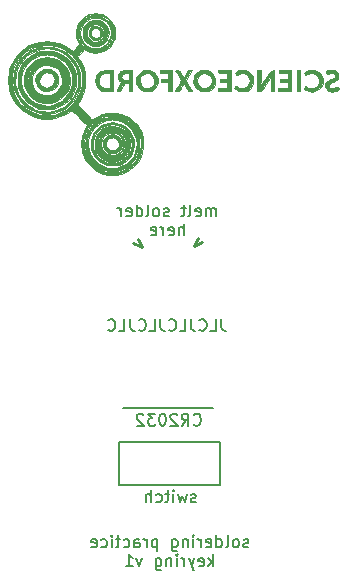
<source format=gbr>
%TF.GenerationSoftware,KiCad,Pcbnew,8.0.5*%
%TF.CreationDate,2025-02-18T12:58:11+00:00*%
%TF.ProjectId,practice-keyring,70726163-7469-4636-952d-6b657972696e,rev?*%
%TF.SameCoordinates,Original*%
%TF.FileFunction,Legend,Bot*%
%TF.FilePolarity,Positive*%
%FSLAX46Y46*%
G04 Gerber Fmt 4.6, Leading zero omitted, Abs format (unit mm)*
G04 Created by KiCad (PCBNEW 8.0.5) date 2025-02-18 12:58:11*
%MOMM*%
%LPD*%
G01*
G04 APERTURE LIST*
%ADD10C,0.150000*%
%ADD11C,0.250000*%
%ADD12C,0.203200*%
%ADD13C,0.010000*%
G04 APERTURE END LIST*
D10*
X241692867Y-131606028D02*
X241597629Y-131653647D01*
X241597629Y-131653647D02*
X241407153Y-131653647D01*
X241407153Y-131653647D02*
X241311915Y-131606028D01*
X241311915Y-131606028D02*
X241264296Y-131510789D01*
X241264296Y-131510789D02*
X241264296Y-131463170D01*
X241264296Y-131463170D02*
X241311915Y-131367932D01*
X241311915Y-131367932D02*
X241407153Y-131320313D01*
X241407153Y-131320313D02*
X241550010Y-131320313D01*
X241550010Y-131320313D02*
X241645248Y-131272694D01*
X241645248Y-131272694D02*
X241692867Y-131177456D01*
X241692867Y-131177456D02*
X241692867Y-131129837D01*
X241692867Y-131129837D02*
X241645248Y-131034599D01*
X241645248Y-131034599D02*
X241550010Y-130986980D01*
X241550010Y-130986980D02*
X241407153Y-130986980D01*
X241407153Y-130986980D02*
X241311915Y-131034599D01*
X240692867Y-131653647D02*
X240788105Y-131606028D01*
X240788105Y-131606028D02*
X240835724Y-131558408D01*
X240835724Y-131558408D02*
X240883343Y-131463170D01*
X240883343Y-131463170D02*
X240883343Y-131177456D01*
X240883343Y-131177456D02*
X240835724Y-131082218D01*
X240835724Y-131082218D02*
X240788105Y-131034599D01*
X240788105Y-131034599D02*
X240692867Y-130986980D01*
X240692867Y-130986980D02*
X240550010Y-130986980D01*
X240550010Y-130986980D02*
X240454772Y-131034599D01*
X240454772Y-131034599D02*
X240407153Y-131082218D01*
X240407153Y-131082218D02*
X240359534Y-131177456D01*
X240359534Y-131177456D02*
X240359534Y-131463170D01*
X240359534Y-131463170D02*
X240407153Y-131558408D01*
X240407153Y-131558408D02*
X240454772Y-131606028D01*
X240454772Y-131606028D02*
X240550010Y-131653647D01*
X240550010Y-131653647D02*
X240692867Y-131653647D01*
X239788105Y-131653647D02*
X239883343Y-131606028D01*
X239883343Y-131606028D02*
X239930962Y-131510789D01*
X239930962Y-131510789D02*
X239930962Y-130653647D01*
X238978581Y-131653647D02*
X238978581Y-130653647D01*
X238978581Y-131606028D02*
X239073819Y-131653647D01*
X239073819Y-131653647D02*
X239264295Y-131653647D01*
X239264295Y-131653647D02*
X239359533Y-131606028D01*
X239359533Y-131606028D02*
X239407152Y-131558408D01*
X239407152Y-131558408D02*
X239454771Y-131463170D01*
X239454771Y-131463170D02*
X239454771Y-131177456D01*
X239454771Y-131177456D02*
X239407152Y-131082218D01*
X239407152Y-131082218D02*
X239359533Y-131034599D01*
X239359533Y-131034599D02*
X239264295Y-130986980D01*
X239264295Y-130986980D02*
X239073819Y-130986980D01*
X239073819Y-130986980D02*
X238978581Y-131034599D01*
X238121438Y-131606028D02*
X238216676Y-131653647D01*
X238216676Y-131653647D02*
X238407152Y-131653647D01*
X238407152Y-131653647D02*
X238502390Y-131606028D01*
X238502390Y-131606028D02*
X238550009Y-131510789D01*
X238550009Y-131510789D02*
X238550009Y-131129837D01*
X238550009Y-131129837D02*
X238502390Y-131034599D01*
X238502390Y-131034599D02*
X238407152Y-130986980D01*
X238407152Y-130986980D02*
X238216676Y-130986980D01*
X238216676Y-130986980D02*
X238121438Y-131034599D01*
X238121438Y-131034599D02*
X238073819Y-131129837D01*
X238073819Y-131129837D02*
X238073819Y-131225075D01*
X238073819Y-131225075D02*
X238550009Y-131320313D01*
X237645247Y-131653647D02*
X237645247Y-130986980D01*
X237645247Y-131177456D02*
X237597628Y-131082218D01*
X237597628Y-131082218D02*
X237550009Y-131034599D01*
X237550009Y-131034599D02*
X237454771Y-130986980D01*
X237454771Y-130986980D02*
X237359533Y-130986980D01*
X237026199Y-131653647D02*
X237026199Y-130986980D01*
X237026199Y-130653647D02*
X237073818Y-130701266D01*
X237073818Y-130701266D02*
X237026199Y-130748885D01*
X237026199Y-130748885D02*
X236978580Y-130701266D01*
X236978580Y-130701266D02*
X237026199Y-130653647D01*
X237026199Y-130653647D02*
X237026199Y-130748885D01*
X236550009Y-130986980D02*
X236550009Y-131653647D01*
X236550009Y-131082218D02*
X236502390Y-131034599D01*
X236502390Y-131034599D02*
X236407152Y-130986980D01*
X236407152Y-130986980D02*
X236264295Y-130986980D01*
X236264295Y-130986980D02*
X236169057Y-131034599D01*
X236169057Y-131034599D02*
X236121438Y-131129837D01*
X236121438Y-131129837D02*
X236121438Y-131653647D01*
X235216676Y-130986980D02*
X235216676Y-131796504D01*
X235216676Y-131796504D02*
X235264295Y-131891742D01*
X235264295Y-131891742D02*
X235311914Y-131939361D01*
X235311914Y-131939361D02*
X235407152Y-131986980D01*
X235407152Y-131986980D02*
X235550009Y-131986980D01*
X235550009Y-131986980D02*
X235645247Y-131939361D01*
X235216676Y-131606028D02*
X235311914Y-131653647D01*
X235311914Y-131653647D02*
X235502390Y-131653647D01*
X235502390Y-131653647D02*
X235597628Y-131606028D01*
X235597628Y-131606028D02*
X235645247Y-131558408D01*
X235645247Y-131558408D02*
X235692866Y-131463170D01*
X235692866Y-131463170D02*
X235692866Y-131177456D01*
X235692866Y-131177456D02*
X235645247Y-131082218D01*
X235645247Y-131082218D02*
X235597628Y-131034599D01*
X235597628Y-131034599D02*
X235502390Y-130986980D01*
X235502390Y-130986980D02*
X235311914Y-130986980D01*
X235311914Y-130986980D02*
X235216676Y-131034599D01*
X233978580Y-130986980D02*
X233978580Y-131986980D01*
X233978580Y-131034599D02*
X233883342Y-130986980D01*
X233883342Y-130986980D02*
X233692866Y-130986980D01*
X233692866Y-130986980D02*
X233597628Y-131034599D01*
X233597628Y-131034599D02*
X233550009Y-131082218D01*
X233550009Y-131082218D02*
X233502390Y-131177456D01*
X233502390Y-131177456D02*
X233502390Y-131463170D01*
X233502390Y-131463170D02*
X233550009Y-131558408D01*
X233550009Y-131558408D02*
X233597628Y-131606028D01*
X233597628Y-131606028D02*
X233692866Y-131653647D01*
X233692866Y-131653647D02*
X233883342Y-131653647D01*
X233883342Y-131653647D02*
X233978580Y-131606028D01*
X233073818Y-131653647D02*
X233073818Y-130986980D01*
X233073818Y-131177456D02*
X233026199Y-131082218D01*
X233026199Y-131082218D02*
X232978580Y-131034599D01*
X232978580Y-131034599D02*
X232883342Y-130986980D01*
X232883342Y-130986980D02*
X232788104Y-130986980D01*
X232026199Y-131653647D02*
X232026199Y-131129837D01*
X232026199Y-131129837D02*
X232073818Y-131034599D01*
X232073818Y-131034599D02*
X232169056Y-130986980D01*
X232169056Y-130986980D02*
X232359532Y-130986980D01*
X232359532Y-130986980D02*
X232454770Y-131034599D01*
X232026199Y-131606028D02*
X232121437Y-131653647D01*
X232121437Y-131653647D02*
X232359532Y-131653647D01*
X232359532Y-131653647D02*
X232454770Y-131606028D01*
X232454770Y-131606028D02*
X232502389Y-131510789D01*
X232502389Y-131510789D02*
X232502389Y-131415551D01*
X232502389Y-131415551D02*
X232454770Y-131320313D01*
X232454770Y-131320313D02*
X232359532Y-131272694D01*
X232359532Y-131272694D02*
X232121437Y-131272694D01*
X232121437Y-131272694D02*
X232026199Y-131225075D01*
X231121437Y-131606028D02*
X231216675Y-131653647D01*
X231216675Y-131653647D02*
X231407151Y-131653647D01*
X231407151Y-131653647D02*
X231502389Y-131606028D01*
X231502389Y-131606028D02*
X231550008Y-131558408D01*
X231550008Y-131558408D02*
X231597627Y-131463170D01*
X231597627Y-131463170D02*
X231597627Y-131177456D01*
X231597627Y-131177456D02*
X231550008Y-131082218D01*
X231550008Y-131082218D02*
X231502389Y-131034599D01*
X231502389Y-131034599D02*
X231407151Y-130986980D01*
X231407151Y-130986980D02*
X231216675Y-130986980D01*
X231216675Y-130986980D02*
X231121437Y-131034599D01*
X230835722Y-130986980D02*
X230454770Y-130986980D01*
X230692865Y-130653647D02*
X230692865Y-131510789D01*
X230692865Y-131510789D02*
X230645246Y-131606028D01*
X230645246Y-131606028D02*
X230550008Y-131653647D01*
X230550008Y-131653647D02*
X230454770Y-131653647D01*
X230121436Y-131653647D02*
X230121436Y-130986980D01*
X230121436Y-130653647D02*
X230169055Y-130701266D01*
X230169055Y-130701266D02*
X230121436Y-130748885D01*
X230121436Y-130748885D02*
X230073817Y-130701266D01*
X230073817Y-130701266D02*
X230121436Y-130653647D01*
X230121436Y-130653647D02*
X230121436Y-130748885D01*
X229216675Y-131606028D02*
X229311913Y-131653647D01*
X229311913Y-131653647D02*
X229502389Y-131653647D01*
X229502389Y-131653647D02*
X229597627Y-131606028D01*
X229597627Y-131606028D02*
X229645246Y-131558408D01*
X229645246Y-131558408D02*
X229692865Y-131463170D01*
X229692865Y-131463170D02*
X229692865Y-131177456D01*
X229692865Y-131177456D02*
X229645246Y-131082218D01*
X229645246Y-131082218D02*
X229597627Y-131034599D01*
X229597627Y-131034599D02*
X229502389Y-130986980D01*
X229502389Y-130986980D02*
X229311913Y-130986980D01*
X229311913Y-130986980D02*
X229216675Y-131034599D01*
X228407151Y-131606028D02*
X228502389Y-131653647D01*
X228502389Y-131653647D02*
X228692865Y-131653647D01*
X228692865Y-131653647D02*
X228788103Y-131606028D01*
X228788103Y-131606028D02*
X228835722Y-131510789D01*
X228835722Y-131510789D02*
X228835722Y-131129837D01*
X228835722Y-131129837D02*
X228788103Y-131034599D01*
X228788103Y-131034599D02*
X228692865Y-130986980D01*
X228692865Y-130986980D02*
X228502389Y-130986980D01*
X228502389Y-130986980D02*
X228407151Y-131034599D01*
X228407151Y-131034599D02*
X228359532Y-131129837D01*
X228359532Y-131129837D02*
X228359532Y-131225075D01*
X228359532Y-131225075D02*
X228835722Y-131320313D01*
X238692866Y-133263591D02*
X238692866Y-132263591D01*
X238597628Y-132882638D02*
X238311914Y-133263591D01*
X238311914Y-132596924D02*
X238692866Y-132977876D01*
X237502390Y-133215972D02*
X237597628Y-133263591D01*
X237597628Y-133263591D02*
X237788104Y-133263591D01*
X237788104Y-133263591D02*
X237883342Y-133215972D01*
X237883342Y-133215972D02*
X237930961Y-133120733D01*
X237930961Y-133120733D02*
X237930961Y-132739781D01*
X237930961Y-132739781D02*
X237883342Y-132644543D01*
X237883342Y-132644543D02*
X237788104Y-132596924D01*
X237788104Y-132596924D02*
X237597628Y-132596924D01*
X237597628Y-132596924D02*
X237502390Y-132644543D01*
X237502390Y-132644543D02*
X237454771Y-132739781D01*
X237454771Y-132739781D02*
X237454771Y-132835019D01*
X237454771Y-132835019D02*
X237930961Y-132930257D01*
X237121437Y-132596924D02*
X236883342Y-133263591D01*
X236645247Y-132596924D02*
X236883342Y-133263591D01*
X236883342Y-133263591D02*
X236978580Y-133501686D01*
X236978580Y-133501686D02*
X237026199Y-133549305D01*
X237026199Y-133549305D02*
X237121437Y-133596924D01*
X236264294Y-133263591D02*
X236264294Y-132596924D01*
X236264294Y-132787400D02*
X236216675Y-132692162D01*
X236216675Y-132692162D02*
X236169056Y-132644543D01*
X236169056Y-132644543D02*
X236073818Y-132596924D01*
X236073818Y-132596924D02*
X235978580Y-132596924D01*
X235645246Y-133263591D02*
X235645246Y-132596924D01*
X235645246Y-132263591D02*
X235692865Y-132311210D01*
X235692865Y-132311210D02*
X235645246Y-132358829D01*
X235645246Y-132358829D02*
X235597627Y-132311210D01*
X235597627Y-132311210D02*
X235645246Y-132263591D01*
X235645246Y-132263591D02*
X235645246Y-132358829D01*
X235169056Y-132596924D02*
X235169056Y-133263591D01*
X235169056Y-132692162D02*
X235121437Y-132644543D01*
X235121437Y-132644543D02*
X235026199Y-132596924D01*
X235026199Y-132596924D02*
X234883342Y-132596924D01*
X234883342Y-132596924D02*
X234788104Y-132644543D01*
X234788104Y-132644543D02*
X234740485Y-132739781D01*
X234740485Y-132739781D02*
X234740485Y-133263591D01*
X233835723Y-132596924D02*
X233835723Y-133406448D01*
X233835723Y-133406448D02*
X233883342Y-133501686D01*
X233883342Y-133501686D02*
X233930961Y-133549305D01*
X233930961Y-133549305D02*
X234026199Y-133596924D01*
X234026199Y-133596924D02*
X234169056Y-133596924D01*
X234169056Y-133596924D02*
X234264294Y-133549305D01*
X233835723Y-133215972D02*
X233930961Y-133263591D01*
X233930961Y-133263591D02*
X234121437Y-133263591D01*
X234121437Y-133263591D02*
X234216675Y-133215972D01*
X234216675Y-133215972D02*
X234264294Y-133168352D01*
X234264294Y-133168352D02*
X234311913Y-133073114D01*
X234311913Y-133073114D02*
X234311913Y-132787400D01*
X234311913Y-132787400D02*
X234264294Y-132692162D01*
X234264294Y-132692162D02*
X234216675Y-132644543D01*
X234216675Y-132644543D02*
X234121437Y-132596924D01*
X234121437Y-132596924D02*
X233930961Y-132596924D01*
X233930961Y-132596924D02*
X233835723Y-132644543D01*
X232692865Y-132596924D02*
X232454770Y-133263591D01*
X232454770Y-133263591D02*
X232216675Y-132596924D01*
X231311913Y-133263591D02*
X231883341Y-133263591D01*
X231597627Y-133263591D02*
X231597627Y-132263591D01*
X231597627Y-132263591D02*
X231692865Y-132406448D01*
X231692865Y-132406448D02*
X231788103Y-132501686D01*
X231788103Y-132501686D02*
X231883341Y-132549305D01*
D11*
X232319501Y-105520549D02*
X232656218Y-106261328D01*
X232656218Y-106261328D02*
X231915440Y-105924610D01*
D10*
X239391248Y-112332419D02*
X239391248Y-113046704D01*
X239391248Y-113046704D02*
X239438867Y-113189561D01*
X239438867Y-113189561D02*
X239534105Y-113284800D01*
X239534105Y-113284800D02*
X239676962Y-113332419D01*
X239676962Y-113332419D02*
X239772200Y-113332419D01*
X238438867Y-113332419D02*
X238915057Y-113332419D01*
X238915057Y-113332419D02*
X238915057Y-112332419D01*
X237534105Y-113237180D02*
X237581724Y-113284800D01*
X237581724Y-113284800D02*
X237724581Y-113332419D01*
X237724581Y-113332419D02*
X237819819Y-113332419D01*
X237819819Y-113332419D02*
X237962676Y-113284800D01*
X237962676Y-113284800D02*
X238057914Y-113189561D01*
X238057914Y-113189561D02*
X238105533Y-113094323D01*
X238105533Y-113094323D02*
X238153152Y-112903847D01*
X238153152Y-112903847D02*
X238153152Y-112760990D01*
X238153152Y-112760990D02*
X238105533Y-112570514D01*
X238105533Y-112570514D02*
X238057914Y-112475276D01*
X238057914Y-112475276D02*
X237962676Y-112380038D01*
X237962676Y-112380038D02*
X237819819Y-112332419D01*
X237819819Y-112332419D02*
X237724581Y-112332419D01*
X237724581Y-112332419D02*
X237581724Y-112380038D01*
X237581724Y-112380038D02*
X237534105Y-112427657D01*
X236819819Y-112332419D02*
X236819819Y-113046704D01*
X236819819Y-113046704D02*
X236867438Y-113189561D01*
X236867438Y-113189561D02*
X236962676Y-113284800D01*
X236962676Y-113284800D02*
X237105533Y-113332419D01*
X237105533Y-113332419D02*
X237200771Y-113332419D01*
X235867438Y-113332419D02*
X236343628Y-113332419D01*
X236343628Y-113332419D02*
X236343628Y-112332419D01*
X234962676Y-113237180D02*
X235010295Y-113284800D01*
X235010295Y-113284800D02*
X235153152Y-113332419D01*
X235153152Y-113332419D02*
X235248390Y-113332419D01*
X235248390Y-113332419D02*
X235391247Y-113284800D01*
X235391247Y-113284800D02*
X235486485Y-113189561D01*
X235486485Y-113189561D02*
X235534104Y-113094323D01*
X235534104Y-113094323D02*
X235581723Y-112903847D01*
X235581723Y-112903847D02*
X235581723Y-112760990D01*
X235581723Y-112760990D02*
X235534104Y-112570514D01*
X235534104Y-112570514D02*
X235486485Y-112475276D01*
X235486485Y-112475276D02*
X235391247Y-112380038D01*
X235391247Y-112380038D02*
X235248390Y-112332419D01*
X235248390Y-112332419D02*
X235153152Y-112332419D01*
X235153152Y-112332419D02*
X235010295Y-112380038D01*
X235010295Y-112380038D02*
X234962676Y-112427657D01*
X234248390Y-112332419D02*
X234248390Y-113046704D01*
X234248390Y-113046704D02*
X234296009Y-113189561D01*
X234296009Y-113189561D02*
X234391247Y-113284800D01*
X234391247Y-113284800D02*
X234534104Y-113332419D01*
X234534104Y-113332419D02*
X234629342Y-113332419D01*
X233296009Y-113332419D02*
X233772199Y-113332419D01*
X233772199Y-113332419D02*
X233772199Y-112332419D01*
X232391247Y-113237180D02*
X232438866Y-113284800D01*
X232438866Y-113284800D02*
X232581723Y-113332419D01*
X232581723Y-113332419D02*
X232676961Y-113332419D01*
X232676961Y-113332419D02*
X232819818Y-113284800D01*
X232819818Y-113284800D02*
X232915056Y-113189561D01*
X232915056Y-113189561D02*
X232962675Y-113094323D01*
X232962675Y-113094323D02*
X233010294Y-112903847D01*
X233010294Y-112903847D02*
X233010294Y-112760990D01*
X233010294Y-112760990D02*
X232962675Y-112570514D01*
X232962675Y-112570514D02*
X232915056Y-112475276D01*
X232915056Y-112475276D02*
X232819818Y-112380038D01*
X232819818Y-112380038D02*
X232676961Y-112332419D01*
X232676961Y-112332419D02*
X232581723Y-112332419D01*
X232581723Y-112332419D02*
X232438866Y-112380038D01*
X232438866Y-112380038D02*
X232391247Y-112427657D01*
X231676961Y-112332419D02*
X231676961Y-113046704D01*
X231676961Y-113046704D02*
X231724580Y-113189561D01*
X231724580Y-113189561D02*
X231819818Y-113284800D01*
X231819818Y-113284800D02*
X231962675Y-113332419D01*
X231962675Y-113332419D02*
X232057913Y-113332419D01*
X230724580Y-113332419D02*
X231200770Y-113332419D01*
X231200770Y-113332419D02*
X231200770Y-112332419D01*
X229819818Y-113237180D02*
X229867437Y-113284800D01*
X229867437Y-113284800D02*
X230010294Y-113332419D01*
X230010294Y-113332419D02*
X230105532Y-113332419D01*
X230105532Y-113332419D02*
X230248389Y-113284800D01*
X230248389Y-113284800D02*
X230343627Y-113189561D01*
X230343627Y-113189561D02*
X230391246Y-113094323D01*
X230391246Y-113094323D02*
X230438865Y-112903847D01*
X230438865Y-112903847D02*
X230438865Y-112760990D01*
X230438865Y-112760990D02*
X230391246Y-112570514D01*
X230391246Y-112570514D02*
X230343627Y-112475276D01*
X230343627Y-112475276D02*
X230248389Y-112380038D01*
X230248389Y-112380038D02*
X230105532Y-112332419D01*
X230105532Y-112332419D02*
X230010294Y-112332419D01*
X230010294Y-112332419D02*
X229867437Y-112380038D01*
X229867437Y-112380038D02*
X229819818Y-112427657D01*
D11*
X237402697Y-105444350D02*
X237065980Y-106185129D01*
X237065980Y-106185129D02*
X237806758Y-105848411D01*
D10*
X238943638Y-103637447D02*
X238943638Y-102970780D01*
X238943638Y-103066018D02*
X238896019Y-103018399D01*
X238896019Y-103018399D02*
X238800781Y-102970780D01*
X238800781Y-102970780D02*
X238657924Y-102970780D01*
X238657924Y-102970780D02*
X238562686Y-103018399D01*
X238562686Y-103018399D02*
X238515067Y-103113637D01*
X238515067Y-103113637D02*
X238515067Y-103637447D01*
X238515067Y-103113637D02*
X238467448Y-103018399D01*
X238467448Y-103018399D02*
X238372210Y-102970780D01*
X238372210Y-102970780D02*
X238229353Y-102970780D01*
X238229353Y-102970780D02*
X238134114Y-103018399D01*
X238134114Y-103018399D02*
X238086495Y-103113637D01*
X238086495Y-103113637D02*
X238086495Y-103637447D01*
X237229353Y-103589828D02*
X237324591Y-103637447D01*
X237324591Y-103637447D02*
X237515067Y-103637447D01*
X237515067Y-103637447D02*
X237610305Y-103589828D01*
X237610305Y-103589828D02*
X237657924Y-103494589D01*
X237657924Y-103494589D02*
X237657924Y-103113637D01*
X237657924Y-103113637D02*
X237610305Y-103018399D01*
X237610305Y-103018399D02*
X237515067Y-102970780D01*
X237515067Y-102970780D02*
X237324591Y-102970780D01*
X237324591Y-102970780D02*
X237229353Y-103018399D01*
X237229353Y-103018399D02*
X237181734Y-103113637D01*
X237181734Y-103113637D02*
X237181734Y-103208875D01*
X237181734Y-103208875D02*
X237657924Y-103304113D01*
X236610305Y-103637447D02*
X236705543Y-103589828D01*
X236705543Y-103589828D02*
X236753162Y-103494589D01*
X236753162Y-103494589D02*
X236753162Y-102637447D01*
X236372209Y-102970780D02*
X235991257Y-102970780D01*
X236229352Y-102637447D02*
X236229352Y-103494589D01*
X236229352Y-103494589D02*
X236181733Y-103589828D01*
X236181733Y-103589828D02*
X236086495Y-103637447D01*
X236086495Y-103637447D02*
X235991257Y-103637447D01*
X234943637Y-103589828D02*
X234848399Y-103637447D01*
X234848399Y-103637447D02*
X234657923Y-103637447D01*
X234657923Y-103637447D02*
X234562685Y-103589828D01*
X234562685Y-103589828D02*
X234515066Y-103494589D01*
X234515066Y-103494589D02*
X234515066Y-103446970D01*
X234515066Y-103446970D02*
X234562685Y-103351732D01*
X234562685Y-103351732D02*
X234657923Y-103304113D01*
X234657923Y-103304113D02*
X234800780Y-103304113D01*
X234800780Y-103304113D02*
X234896018Y-103256494D01*
X234896018Y-103256494D02*
X234943637Y-103161256D01*
X234943637Y-103161256D02*
X234943637Y-103113637D01*
X234943637Y-103113637D02*
X234896018Y-103018399D01*
X234896018Y-103018399D02*
X234800780Y-102970780D01*
X234800780Y-102970780D02*
X234657923Y-102970780D01*
X234657923Y-102970780D02*
X234562685Y-103018399D01*
X233943637Y-103637447D02*
X234038875Y-103589828D01*
X234038875Y-103589828D02*
X234086494Y-103542208D01*
X234086494Y-103542208D02*
X234134113Y-103446970D01*
X234134113Y-103446970D02*
X234134113Y-103161256D01*
X234134113Y-103161256D02*
X234086494Y-103066018D01*
X234086494Y-103066018D02*
X234038875Y-103018399D01*
X234038875Y-103018399D02*
X233943637Y-102970780D01*
X233943637Y-102970780D02*
X233800780Y-102970780D01*
X233800780Y-102970780D02*
X233705542Y-103018399D01*
X233705542Y-103018399D02*
X233657923Y-103066018D01*
X233657923Y-103066018D02*
X233610304Y-103161256D01*
X233610304Y-103161256D02*
X233610304Y-103446970D01*
X233610304Y-103446970D02*
X233657923Y-103542208D01*
X233657923Y-103542208D02*
X233705542Y-103589828D01*
X233705542Y-103589828D02*
X233800780Y-103637447D01*
X233800780Y-103637447D02*
X233943637Y-103637447D01*
X233038875Y-103637447D02*
X233134113Y-103589828D01*
X233134113Y-103589828D02*
X233181732Y-103494589D01*
X233181732Y-103494589D02*
X233181732Y-102637447D01*
X232229351Y-103637447D02*
X232229351Y-102637447D01*
X232229351Y-103589828D02*
X232324589Y-103637447D01*
X232324589Y-103637447D02*
X232515065Y-103637447D01*
X232515065Y-103637447D02*
X232610303Y-103589828D01*
X232610303Y-103589828D02*
X232657922Y-103542208D01*
X232657922Y-103542208D02*
X232705541Y-103446970D01*
X232705541Y-103446970D02*
X232705541Y-103161256D01*
X232705541Y-103161256D02*
X232657922Y-103066018D01*
X232657922Y-103066018D02*
X232610303Y-103018399D01*
X232610303Y-103018399D02*
X232515065Y-102970780D01*
X232515065Y-102970780D02*
X232324589Y-102970780D01*
X232324589Y-102970780D02*
X232229351Y-103018399D01*
X231372208Y-103589828D02*
X231467446Y-103637447D01*
X231467446Y-103637447D02*
X231657922Y-103637447D01*
X231657922Y-103637447D02*
X231753160Y-103589828D01*
X231753160Y-103589828D02*
X231800779Y-103494589D01*
X231800779Y-103494589D02*
X231800779Y-103113637D01*
X231800779Y-103113637D02*
X231753160Y-103018399D01*
X231753160Y-103018399D02*
X231657922Y-102970780D01*
X231657922Y-102970780D02*
X231467446Y-102970780D01*
X231467446Y-102970780D02*
X231372208Y-103018399D01*
X231372208Y-103018399D02*
X231324589Y-103113637D01*
X231324589Y-103113637D02*
X231324589Y-103208875D01*
X231324589Y-103208875D02*
X231800779Y-103304113D01*
X230896017Y-103637447D02*
X230896017Y-102970780D01*
X230896017Y-103161256D02*
X230848398Y-103066018D01*
X230848398Y-103066018D02*
X230800779Y-103018399D01*
X230800779Y-103018399D02*
X230705541Y-102970780D01*
X230705541Y-102970780D02*
X230610303Y-102970780D01*
X236229352Y-105247391D02*
X236229352Y-104247391D01*
X235800781Y-105247391D02*
X235800781Y-104723581D01*
X235800781Y-104723581D02*
X235848400Y-104628343D01*
X235848400Y-104628343D02*
X235943638Y-104580724D01*
X235943638Y-104580724D02*
X236086495Y-104580724D01*
X236086495Y-104580724D02*
X236181733Y-104628343D01*
X236181733Y-104628343D02*
X236229352Y-104675962D01*
X234943638Y-105199772D02*
X235038876Y-105247391D01*
X235038876Y-105247391D02*
X235229352Y-105247391D01*
X235229352Y-105247391D02*
X235324590Y-105199772D01*
X235324590Y-105199772D02*
X235372209Y-105104533D01*
X235372209Y-105104533D02*
X235372209Y-104723581D01*
X235372209Y-104723581D02*
X235324590Y-104628343D01*
X235324590Y-104628343D02*
X235229352Y-104580724D01*
X235229352Y-104580724D02*
X235038876Y-104580724D01*
X235038876Y-104580724D02*
X234943638Y-104628343D01*
X234943638Y-104628343D02*
X234896019Y-104723581D01*
X234896019Y-104723581D02*
X234896019Y-104818819D01*
X234896019Y-104818819D02*
X235372209Y-104914057D01*
X234467447Y-105247391D02*
X234467447Y-104580724D01*
X234467447Y-104771200D02*
X234419828Y-104675962D01*
X234419828Y-104675962D02*
X234372209Y-104628343D01*
X234372209Y-104628343D02*
X234276971Y-104580724D01*
X234276971Y-104580724D02*
X234181733Y-104580724D01*
X233467447Y-105199772D02*
X233562685Y-105247391D01*
X233562685Y-105247391D02*
X233753161Y-105247391D01*
X233753161Y-105247391D02*
X233848399Y-105199772D01*
X233848399Y-105199772D02*
X233896018Y-105104533D01*
X233896018Y-105104533D02*
X233896018Y-104723581D01*
X233896018Y-104723581D02*
X233848399Y-104628343D01*
X233848399Y-104628343D02*
X233753161Y-104580724D01*
X233753161Y-104580724D02*
X233562685Y-104580724D01*
X233562685Y-104580724D02*
X233467447Y-104628343D01*
X233467447Y-104628343D02*
X233419828Y-104723581D01*
X233419828Y-104723581D02*
X233419828Y-104818819D01*
X233419828Y-104818819D02*
X233896018Y-104914057D01*
X237050238Y-121263580D02*
X237097857Y-121311200D01*
X237097857Y-121311200D02*
X237240714Y-121358819D01*
X237240714Y-121358819D02*
X237335952Y-121358819D01*
X237335952Y-121358819D02*
X237478809Y-121311200D01*
X237478809Y-121311200D02*
X237574047Y-121215961D01*
X237574047Y-121215961D02*
X237621666Y-121120723D01*
X237621666Y-121120723D02*
X237669285Y-120930247D01*
X237669285Y-120930247D02*
X237669285Y-120787390D01*
X237669285Y-120787390D02*
X237621666Y-120596914D01*
X237621666Y-120596914D02*
X237574047Y-120501676D01*
X237574047Y-120501676D02*
X237478809Y-120406438D01*
X237478809Y-120406438D02*
X237335952Y-120358819D01*
X237335952Y-120358819D02*
X237240714Y-120358819D01*
X237240714Y-120358819D02*
X237097857Y-120406438D01*
X237097857Y-120406438D02*
X237050238Y-120454057D01*
X236050238Y-121358819D02*
X236383571Y-120882628D01*
X236621666Y-121358819D02*
X236621666Y-120358819D01*
X236621666Y-120358819D02*
X236240714Y-120358819D01*
X236240714Y-120358819D02*
X236145476Y-120406438D01*
X236145476Y-120406438D02*
X236097857Y-120454057D01*
X236097857Y-120454057D02*
X236050238Y-120549295D01*
X236050238Y-120549295D02*
X236050238Y-120692152D01*
X236050238Y-120692152D02*
X236097857Y-120787390D01*
X236097857Y-120787390D02*
X236145476Y-120835009D01*
X236145476Y-120835009D02*
X236240714Y-120882628D01*
X236240714Y-120882628D02*
X236621666Y-120882628D01*
X235669285Y-120454057D02*
X235621666Y-120406438D01*
X235621666Y-120406438D02*
X235526428Y-120358819D01*
X235526428Y-120358819D02*
X235288333Y-120358819D01*
X235288333Y-120358819D02*
X235193095Y-120406438D01*
X235193095Y-120406438D02*
X235145476Y-120454057D01*
X235145476Y-120454057D02*
X235097857Y-120549295D01*
X235097857Y-120549295D02*
X235097857Y-120644533D01*
X235097857Y-120644533D02*
X235145476Y-120787390D01*
X235145476Y-120787390D02*
X235716904Y-121358819D01*
X235716904Y-121358819D02*
X235097857Y-121358819D01*
X234478809Y-120358819D02*
X234383571Y-120358819D01*
X234383571Y-120358819D02*
X234288333Y-120406438D01*
X234288333Y-120406438D02*
X234240714Y-120454057D01*
X234240714Y-120454057D02*
X234193095Y-120549295D01*
X234193095Y-120549295D02*
X234145476Y-120739771D01*
X234145476Y-120739771D02*
X234145476Y-120977866D01*
X234145476Y-120977866D02*
X234193095Y-121168342D01*
X234193095Y-121168342D02*
X234240714Y-121263580D01*
X234240714Y-121263580D02*
X234288333Y-121311200D01*
X234288333Y-121311200D02*
X234383571Y-121358819D01*
X234383571Y-121358819D02*
X234478809Y-121358819D01*
X234478809Y-121358819D02*
X234574047Y-121311200D01*
X234574047Y-121311200D02*
X234621666Y-121263580D01*
X234621666Y-121263580D02*
X234669285Y-121168342D01*
X234669285Y-121168342D02*
X234716904Y-120977866D01*
X234716904Y-120977866D02*
X234716904Y-120739771D01*
X234716904Y-120739771D02*
X234669285Y-120549295D01*
X234669285Y-120549295D02*
X234621666Y-120454057D01*
X234621666Y-120454057D02*
X234574047Y-120406438D01*
X234574047Y-120406438D02*
X234478809Y-120358819D01*
X233812142Y-120358819D02*
X233193095Y-120358819D01*
X233193095Y-120358819D02*
X233526428Y-120739771D01*
X233526428Y-120739771D02*
X233383571Y-120739771D01*
X233383571Y-120739771D02*
X233288333Y-120787390D01*
X233288333Y-120787390D02*
X233240714Y-120835009D01*
X233240714Y-120835009D02*
X233193095Y-120930247D01*
X233193095Y-120930247D02*
X233193095Y-121168342D01*
X233193095Y-121168342D02*
X233240714Y-121263580D01*
X233240714Y-121263580D02*
X233288333Y-121311200D01*
X233288333Y-121311200D02*
X233383571Y-121358819D01*
X233383571Y-121358819D02*
X233669285Y-121358819D01*
X233669285Y-121358819D02*
X233764523Y-121311200D01*
X233764523Y-121311200D02*
X233812142Y-121263580D01*
X232812142Y-120454057D02*
X232764523Y-120406438D01*
X232764523Y-120406438D02*
X232669285Y-120358819D01*
X232669285Y-120358819D02*
X232431190Y-120358819D01*
X232431190Y-120358819D02*
X232335952Y-120406438D01*
X232335952Y-120406438D02*
X232288333Y-120454057D01*
X232288333Y-120454057D02*
X232240714Y-120549295D01*
X232240714Y-120549295D02*
X232240714Y-120644533D01*
X232240714Y-120644533D02*
X232288333Y-120787390D01*
X232288333Y-120787390D02*
X232859761Y-121358819D01*
X232859761Y-121358819D02*
X232240714Y-121358819D01*
X237245256Y-127788200D02*
X237150018Y-127835819D01*
X237150018Y-127835819D02*
X236959542Y-127835819D01*
X236959542Y-127835819D02*
X236864304Y-127788200D01*
X236864304Y-127788200D02*
X236816685Y-127692961D01*
X236816685Y-127692961D02*
X236816685Y-127645342D01*
X236816685Y-127645342D02*
X236864304Y-127550104D01*
X236864304Y-127550104D02*
X236959542Y-127502485D01*
X236959542Y-127502485D02*
X237102399Y-127502485D01*
X237102399Y-127502485D02*
X237197637Y-127454866D01*
X237197637Y-127454866D02*
X237245256Y-127359628D01*
X237245256Y-127359628D02*
X237245256Y-127312009D01*
X237245256Y-127312009D02*
X237197637Y-127216771D01*
X237197637Y-127216771D02*
X237102399Y-127169152D01*
X237102399Y-127169152D02*
X236959542Y-127169152D01*
X236959542Y-127169152D02*
X236864304Y-127216771D01*
X236483351Y-127169152D02*
X236292875Y-127835819D01*
X236292875Y-127835819D02*
X236102399Y-127359628D01*
X236102399Y-127359628D02*
X235911923Y-127835819D01*
X235911923Y-127835819D02*
X235721447Y-127169152D01*
X235340494Y-127835819D02*
X235340494Y-127169152D01*
X235340494Y-126835819D02*
X235388113Y-126883438D01*
X235388113Y-126883438D02*
X235340494Y-126931057D01*
X235340494Y-126931057D02*
X235292875Y-126883438D01*
X235292875Y-126883438D02*
X235340494Y-126835819D01*
X235340494Y-126835819D02*
X235340494Y-126931057D01*
X235007161Y-127169152D02*
X234626209Y-127169152D01*
X234864304Y-126835819D02*
X234864304Y-127692961D01*
X234864304Y-127692961D02*
X234816685Y-127788200D01*
X234816685Y-127788200D02*
X234721447Y-127835819D01*
X234721447Y-127835819D02*
X234626209Y-127835819D01*
X233864304Y-127788200D02*
X233959542Y-127835819D01*
X233959542Y-127835819D02*
X234150018Y-127835819D01*
X234150018Y-127835819D02*
X234245256Y-127788200D01*
X234245256Y-127788200D02*
X234292875Y-127740580D01*
X234292875Y-127740580D02*
X234340494Y-127645342D01*
X234340494Y-127645342D02*
X234340494Y-127359628D01*
X234340494Y-127359628D02*
X234292875Y-127264390D01*
X234292875Y-127264390D02*
X234245256Y-127216771D01*
X234245256Y-127216771D02*
X234150018Y-127169152D01*
X234150018Y-127169152D02*
X233959542Y-127169152D01*
X233959542Y-127169152D02*
X233864304Y-127216771D01*
X233435732Y-127835819D02*
X233435732Y-126835819D01*
X233007161Y-127835819D02*
X233007161Y-127312009D01*
X233007161Y-127312009D02*
X233054780Y-127216771D01*
X233054780Y-127216771D02*
X233150018Y-127169152D01*
X233150018Y-127169152D02*
X233292875Y-127169152D01*
X233292875Y-127169152D02*
X233388113Y-127216771D01*
X233388113Y-127216771D02*
X233435732Y-127264390D01*
%TO.C,CR2032*%
X231099200Y-119851800D02*
X238699200Y-119851800D01*
D12*
%TO.C,switch*%
X230750800Y-122787000D02*
X239250800Y-122787000D01*
X230750800Y-126387000D02*
X230750800Y-122787000D01*
X230750800Y-126387000D02*
X239250800Y-126387000D01*
X239250800Y-126387000D02*
X239250800Y-122787000D01*
D13*
%TO.C,G\u002A\u002A\u002A*%
X246049800Y-93057134D02*
X245795800Y-93057134D01*
X245795800Y-91279134D01*
X246049800Y-91279134D01*
X246049800Y-93057134D01*
G36*
X246049800Y-93057134D02*
G01*
X245795800Y-93057134D01*
X245795800Y-91279134D01*
X246049800Y-91279134D01*
X246049800Y-93057134D01*
G37*
X235212467Y-93057134D02*
X234916134Y-93057134D01*
X234916134Y-92295134D01*
X234323467Y-92295134D01*
X234323467Y-92041134D01*
X234916134Y-92041134D01*
X234916134Y-91490800D01*
X234556300Y-91490800D01*
X234383430Y-91489856D01*
X234276490Y-91483731D01*
X234220858Y-91467494D01*
X234199771Y-91436216D01*
X234196467Y-91384967D01*
X234196467Y-91279134D01*
X235212467Y-91279134D01*
X235212467Y-93057134D01*
G36*
X235212467Y-93057134D02*
G01*
X234916134Y-93057134D01*
X234916134Y-92295134D01*
X234323467Y-92295134D01*
X234323467Y-92041134D01*
X234916134Y-92041134D01*
X234916134Y-91490800D01*
X234556300Y-91490800D01*
X234383430Y-91489856D01*
X234276490Y-91483731D01*
X234220858Y-91467494D01*
X234199771Y-91436216D01*
X234196467Y-91384967D01*
X234196467Y-91279134D01*
X235212467Y-91279134D01*
X235212467Y-93057134D01*
G37*
X240207800Y-93057134D02*
X239107134Y-93057134D01*
X239107134Y-92803134D01*
X239911467Y-92803134D01*
X239911467Y-92295134D01*
X239276467Y-92295134D01*
X239276467Y-92041134D01*
X239911467Y-92041134D01*
X239911467Y-91490800D01*
X239530467Y-91490800D01*
X239496855Y-91490795D01*
X239328348Y-91489512D01*
X239225649Y-91482813D01*
X239172464Y-91466173D01*
X239152501Y-91435066D01*
X239149467Y-91384967D01*
X239149467Y-91279134D01*
X240207800Y-91279134D01*
X240207800Y-93057134D01*
G36*
X240207800Y-93057134D02*
G01*
X239107134Y-93057134D01*
X239107134Y-92803134D01*
X239911467Y-92803134D01*
X239911467Y-92295134D01*
X239276467Y-92295134D01*
X239276467Y-92041134D01*
X239911467Y-92041134D01*
X239911467Y-91490800D01*
X239530467Y-91490800D01*
X239496855Y-91490795D01*
X239328348Y-91489512D01*
X239225649Y-91482813D01*
X239172464Y-91466173D01*
X239152501Y-91435066D01*
X239149467Y-91384967D01*
X239149467Y-91279134D01*
X240207800Y-91279134D01*
X240207800Y-93057134D01*
G37*
X245330134Y-93057134D02*
X244229467Y-93057134D01*
X244229467Y-92803134D01*
X245033800Y-92803134D01*
X245033800Y-92295134D01*
X244398800Y-92295134D01*
X244398800Y-92041134D01*
X245033800Y-92041134D01*
X245033800Y-91490800D01*
X244652800Y-91490800D01*
X244619189Y-91490795D01*
X244450682Y-91489512D01*
X244347982Y-91482813D01*
X244294797Y-91466173D01*
X244274834Y-91435066D01*
X244271800Y-91384967D01*
X244271800Y-91279134D01*
X245330134Y-91279134D01*
X245330134Y-93057134D01*
G36*
X245330134Y-93057134D02*
G01*
X244229467Y-93057134D01*
X244229467Y-92803134D01*
X245033800Y-92803134D01*
X245033800Y-92295134D01*
X244398800Y-92295134D01*
X244398800Y-92041134D01*
X245033800Y-92041134D01*
X245033800Y-91490800D01*
X244652800Y-91490800D01*
X244619189Y-91490795D01*
X244450682Y-91489512D01*
X244347982Y-91482813D01*
X244294797Y-91466173D01*
X244274834Y-91435066D01*
X244271800Y-91384967D01*
X244271800Y-91279134D01*
X245330134Y-91279134D01*
X245330134Y-93057134D01*
G37*
X243890800Y-93057134D02*
X243636800Y-93057134D01*
X243636800Y-91729525D01*
X243186087Y-92393329D01*
X243152342Y-92443006D01*
X243002676Y-92661884D01*
X242890159Y-92821506D01*
X242806465Y-92931197D01*
X242743269Y-93000280D01*
X242692247Y-93038082D01*
X242645072Y-93053925D01*
X242593421Y-93057134D01*
X242451467Y-93057134D01*
X242451467Y-91279134D01*
X242759134Y-91279134D01*
X242739341Y-91930381D01*
X242719547Y-92581628D01*
X243150531Y-91940964D01*
X243162088Y-91923786D01*
X243312808Y-91700999D01*
X243426076Y-91538400D01*
X243510622Y-91426246D01*
X243575173Y-91354790D01*
X243628461Y-91314287D01*
X243679212Y-91294993D01*
X243736158Y-91287161D01*
X243890800Y-91274023D01*
X243890800Y-93057134D01*
G36*
X243890800Y-93057134D02*
G01*
X243636800Y-93057134D01*
X243636800Y-91729525D01*
X243186087Y-92393329D01*
X243152342Y-92443006D01*
X243002676Y-92661884D01*
X242890159Y-92821506D01*
X242806465Y-92931197D01*
X242743269Y-93000280D01*
X242692247Y-93038082D01*
X242645072Y-93053925D01*
X242593421Y-93057134D01*
X242451467Y-93057134D01*
X242451467Y-91279134D01*
X242759134Y-91279134D01*
X242739341Y-91930381D01*
X242719547Y-92581628D01*
X243150531Y-91940964D01*
X243162088Y-91923786D01*
X243312808Y-91700999D01*
X243426076Y-91538400D01*
X243510622Y-91426246D01*
X243575173Y-91354790D01*
X243628461Y-91314287D01*
X243679212Y-91294993D01*
X243736158Y-91287161D01*
X243890800Y-91274023D01*
X243890800Y-93057134D01*
G37*
X230259467Y-93057134D02*
X229867884Y-93056897D01*
X229766366Y-93055981D01*
X229510775Y-93041766D01*
X229314884Y-93007098D01*
X229160958Y-92947797D01*
X229031259Y-92859682D01*
X228873400Y-92683495D01*
X228769728Y-92449590D01*
X228735467Y-92168460D01*
X228737150Y-92146967D01*
X229032117Y-92146967D01*
X229063692Y-92369300D01*
X229166666Y-92567935D01*
X229338330Y-92718696D01*
X229338604Y-92718862D01*
X229501886Y-92782627D01*
X229719717Y-92802975D01*
X229963134Y-92803134D01*
X229963134Y-91478739D01*
X229708072Y-91505398D01*
X229537124Y-91532457D01*
X229311439Y-91612744D01*
X229154152Y-91739924D01*
X229062099Y-91916997D01*
X229032117Y-92146967D01*
X228737150Y-92146967D01*
X228754471Y-91925753D01*
X228830087Y-91686423D01*
X228966652Y-91499808D01*
X229167697Y-91359295D01*
X229188137Y-91349291D01*
X229283095Y-91314706D01*
X229401941Y-91293215D01*
X229564880Y-91282221D01*
X229792114Y-91279134D01*
X230259467Y-91279134D01*
X230259467Y-92803134D01*
X230259467Y-93057134D01*
G36*
X230259467Y-93057134D02*
G01*
X229867884Y-93056897D01*
X229766366Y-93055981D01*
X229510775Y-93041766D01*
X229314884Y-93007098D01*
X229160958Y-92947797D01*
X229031259Y-92859682D01*
X228873400Y-92683495D01*
X228769728Y-92449590D01*
X228735467Y-92168460D01*
X228737150Y-92146967D01*
X229032117Y-92146967D01*
X229063692Y-92369300D01*
X229166666Y-92567935D01*
X229338330Y-92718696D01*
X229338604Y-92718862D01*
X229501886Y-92782627D01*
X229719717Y-92802975D01*
X229963134Y-92803134D01*
X229963134Y-91478739D01*
X229708072Y-91505398D01*
X229537124Y-91532457D01*
X229311439Y-91612744D01*
X229154152Y-91739924D01*
X229062099Y-91916997D01*
X229032117Y-92146967D01*
X228737150Y-92146967D01*
X228754471Y-91925753D01*
X228830087Y-91686423D01*
X228966652Y-91499808D01*
X229167697Y-91359295D01*
X229188137Y-91349291D01*
X229283095Y-91314706D01*
X229401941Y-91293215D01*
X229564880Y-91282221D01*
X229792114Y-91279134D01*
X230259467Y-91279134D01*
X230259467Y-92803134D01*
X230259467Y-93057134D01*
G37*
X229345844Y-88206920D02*
X229275456Y-88396230D01*
X229133576Y-88567684D01*
X229114376Y-88584279D01*
X229012940Y-88655845D01*
X228906908Y-88688825D01*
X228756634Y-88696800D01*
X228726896Y-88696632D01*
X228586728Y-88685440D01*
X228484209Y-88646984D01*
X228379692Y-88567684D01*
X228330573Y-88520136D01*
X228213511Y-88344338D01*
X228164230Y-88153678D01*
X228168948Y-88085535D01*
X228348710Y-88085535D01*
X228377380Y-88251685D01*
X228478211Y-88403723D01*
X228536818Y-88454199D01*
X228695851Y-88524108D01*
X228863200Y-88512086D01*
X229028552Y-88417870D01*
X229103870Y-88344217D01*
X229148068Y-88252928D01*
X229158800Y-88119613D01*
X229141110Y-87987839D01*
X229062999Y-87834946D01*
X228937113Y-87732414D01*
X228779437Y-87691677D01*
X228605959Y-87724172D01*
X228492530Y-87792424D01*
X228388371Y-87925655D01*
X228348710Y-88085535D01*
X228168948Y-88085535D01*
X228177404Y-87963419D01*
X228247709Y-87788821D01*
X228369818Y-87645148D01*
X228538408Y-87547662D01*
X228748153Y-87511625D01*
X228815991Y-87514764D01*
X229021382Y-87569539D01*
X229182508Y-87681064D01*
X229293924Y-87834416D01*
X229350185Y-88014675D01*
X229347815Y-88119613D01*
X229345844Y-88206920D01*
G36*
X229345844Y-88206920D02*
G01*
X229275456Y-88396230D01*
X229133576Y-88567684D01*
X229114376Y-88584279D01*
X229012940Y-88655845D01*
X228906908Y-88688825D01*
X228756634Y-88696800D01*
X228726896Y-88696632D01*
X228586728Y-88685440D01*
X228484209Y-88646984D01*
X228379692Y-88567684D01*
X228330573Y-88520136D01*
X228213511Y-88344338D01*
X228164230Y-88153678D01*
X228168948Y-88085535D01*
X228348710Y-88085535D01*
X228377380Y-88251685D01*
X228478211Y-88403723D01*
X228536818Y-88454199D01*
X228695851Y-88524108D01*
X228863200Y-88512086D01*
X229028552Y-88417870D01*
X229103870Y-88344217D01*
X229148068Y-88252928D01*
X229158800Y-88119613D01*
X229141110Y-87987839D01*
X229062999Y-87834946D01*
X228937113Y-87732414D01*
X228779437Y-87691677D01*
X228605959Y-87724172D01*
X228492530Y-87792424D01*
X228388371Y-87925655D01*
X228348710Y-88085535D01*
X228168948Y-88085535D01*
X228177404Y-87963419D01*
X228247709Y-87788821D01*
X228369818Y-87645148D01*
X228538408Y-87547662D01*
X228748153Y-87511625D01*
X228815991Y-87514764D01*
X229021382Y-87569539D01*
X229182508Y-87681064D01*
X229293924Y-87834416D01*
X229350185Y-88014675D01*
X229347815Y-88119613D01*
X229345844Y-88206920D01*
G37*
X231868134Y-93057134D02*
X231571800Y-93057134D01*
X231571800Y-92379800D01*
X231391884Y-92380394D01*
X231211967Y-92380989D01*
X231030171Y-92719061D01*
X230946305Y-92872008D01*
X230881916Y-92974661D01*
X230829092Y-93030106D01*
X230773821Y-93052783D01*
X230702087Y-93057134D01*
X230684310Y-93056858D01*
X230592997Y-93044658D01*
X230555800Y-93019952D01*
X230560773Y-93002502D01*
X230597406Y-92921534D01*
X230661889Y-92794777D01*
X230744934Y-92640842D01*
X230934068Y-92298914D01*
X230811547Y-92176393D01*
X230780878Y-92143362D01*
X230676067Y-91963818D01*
X230661933Y-91872436D01*
X230948134Y-91872436D01*
X231021467Y-91998800D01*
X231074321Y-92039656D01*
X231178648Y-92073711D01*
X231338967Y-92083467D01*
X231571800Y-92083467D01*
X231571800Y-91478955D01*
X231328384Y-91504030D01*
X231221032Y-91518716D01*
X231091285Y-91557522D01*
X231010884Y-91620476D01*
X230951584Y-91730942D01*
X230948134Y-91872436D01*
X230661933Y-91872436D01*
X230645723Y-91767628D01*
X230689915Y-91573642D01*
X230808712Y-91400709D01*
X230845874Y-91364535D01*
X230898979Y-91323563D01*
X230962238Y-91298372D01*
X231054277Y-91285127D01*
X231193725Y-91279993D01*
X231399211Y-91279134D01*
X231868134Y-91279134D01*
X231868134Y-92083467D01*
X231868134Y-93057134D01*
G36*
X231868134Y-93057134D02*
G01*
X231571800Y-93057134D01*
X231571800Y-92379800D01*
X231391884Y-92380394D01*
X231211967Y-92380989D01*
X231030171Y-92719061D01*
X230946305Y-92872008D01*
X230881916Y-92974661D01*
X230829092Y-93030106D01*
X230773821Y-93052783D01*
X230702087Y-93057134D01*
X230684310Y-93056858D01*
X230592997Y-93044658D01*
X230555800Y-93019952D01*
X230560773Y-93002502D01*
X230597406Y-92921534D01*
X230661889Y-92794777D01*
X230744934Y-92640842D01*
X230934068Y-92298914D01*
X230811547Y-92176393D01*
X230780878Y-92143362D01*
X230676067Y-91963818D01*
X230661933Y-91872436D01*
X230948134Y-91872436D01*
X231021467Y-91998800D01*
X231074321Y-92039656D01*
X231178648Y-92073711D01*
X231338967Y-92083467D01*
X231571800Y-92083467D01*
X231571800Y-91478955D01*
X231328384Y-91504030D01*
X231221032Y-91518716D01*
X231091285Y-91557522D01*
X231010884Y-91620476D01*
X230951584Y-91730942D01*
X230948134Y-91872436D01*
X230661933Y-91872436D01*
X230645723Y-91767628D01*
X230689915Y-91573642D01*
X230808712Y-91400709D01*
X230845874Y-91364535D01*
X230898979Y-91323563D01*
X230962238Y-91298372D01*
X231054277Y-91285127D01*
X231193725Y-91279993D01*
X231399211Y-91279134D01*
X231868134Y-91279134D01*
X231868134Y-92083467D01*
X231868134Y-93057134D01*
G37*
X247282978Y-91254409D02*
X247484245Y-91318973D01*
X247525793Y-91341468D01*
X247740228Y-91510264D01*
X247892623Y-91728779D01*
X247975854Y-91983548D01*
X247982796Y-92261108D01*
X247972206Y-92333635D01*
X247888577Y-92602965D01*
X247743258Y-92815724D01*
X247538727Y-92969100D01*
X247277467Y-93060283D01*
X247069715Y-93077057D01*
X246811422Y-93042820D01*
X246579438Y-92956562D01*
X246530476Y-92928539D01*
X246427941Y-92844132D01*
X246402773Y-92758551D01*
X246450203Y-92660884D01*
X246466111Y-92640591D01*
X246506465Y-92607389D01*
X246557027Y-92619340D01*
X246646667Y-92679124D01*
X246777048Y-92748521D01*
X246986462Y-92796677D01*
X247199732Y-92786686D01*
X247385746Y-92716955D01*
X247433469Y-92682959D01*
X247568029Y-92532665D01*
X247663088Y-92343626D01*
X247699871Y-92149749D01*
X247688789Y-92044648D01*
X247619884Y-91856038D01*
X247503883Y-91688705D01*
X247359359Y-91574051D01*
X247160544Y-91503976D01*
X246956213Y-91505275D01*
X246734303Y-91582243D01*
X246645604Y-91624084D01*
X246570667Y-91649736D01*
X246526773Y-91639690D01*
X246488104Y-91595318D01*
X246454538Y-91543128D01*
X246438028Y-91464451D01*
X246488508Y-91397223D01*
X246613499Y-91325243D01*
X246804927Y-91261908D01*
X247045042Y-91235470D01*
X247282978Y-91254409D01*
G36*
X247282978Y-91254409D02*
G01*
X247484245Y-91318973D01*
X247525793Y-91341468D01*
X247740228Y-91510264D01*
X247892623Y-91728779D01*
X247975854Y-91983548D01*
X247982796Y-92261108D01*
X247972206Y-92333635D01*
X247888577Y-92602965D01*
X247743258Y-92815724D01*
X247538727Y-92969100D01*
X247277467Y-93060283D01*
X247069715Y-93077057D01*
X246811422Y-93042820D01*
X246579438Y-92956562D01*
X246530476Y-92928539D01*
X246427941Y-92844132D01*
X246402773Y-92758551D01*
X246450203Y-92660884D01*
X246466111Y-92640591D01*
X246506465Y-92607389D01*
X246557027Y-92619340D01*
X246646667Y-92679124D01*
X246777048Y-92748521D01*
X246986462Y-92796677D01*
X247199732Y-92786686D01*
X247385746Y-92716955D01*
X247433469Y-92682959D01*
X247568029Y-92532665D01*
X247663088Y-92343626D01*
X247699871Y-92149749D01*
X247688789Y-92044648D01*
X247619884Y-91856038D01*
X247503883Y-91688705D01*
X247359359Y-91574051D01*
X247160544Y-91503976D01*
X246956213Y-91505275D01*
X246734303Y-91582243D01*
X246645604Y-91624084D01*
X246570667Y-91649736D01*
X246526773Y-91639690D01*
X246488104Y-91595318D01*
X246454538Y-91543128D01*
X246438028Y-91464451D01*
X246488508Y-91397223D01*
X246613499Y-91325243D01*
X246804927Y-91261908D01*
X247045042Y-91235470D01*
X247282978Y-91254409D01*
G37*
X225580517Y-92107953D02*
X225559753Y-92349955D01*
X225475779Y-92590601D01*
X225323770Y-92784691D01*
X225099896Y-92938845D01*
X225021287Y-92976238D01*
X224759469Y-93050723D01*
X224507128Y-93053443D01*
X224272569Y-92993350D01*
X224064094Y-92879394D01*
X223890007Y-92720525D01*
X223758611Y-92525693D01*
X223678211Y-92303849D01*
X223658747Y-92082562D01*
X223976805Y-92082562D01*
X223995651Y-92274940D01*
X224078801Y-92458441D01*
X224232531Y-92619748D01*
X224416063Y-92720307D01*
X224626157Y-92757344D01*
X224831548Y-92723345D01*
X225017329Y-92623644D01*
X225168594Y-92463572D01*
X225270435Y-92248462D01*
X225273507Y-92237730D01*
X225286312Y-92042985D01*
X225230363Y-91848562D01*
X225118265Y-91674400D01*
X224962627Y-91540435D01*
X224776054Y-91466607D01*
X224627409Y-91453679D01*
X224418902Y-91490660D01*
X224243311Y-91585357D01*
X224106913Y-91724452D01*
X224015985Y-91894627D01*
X223976805Y-92082562D01*
X223658747Y-92082562D01*
X223657109Y-92063943D01*
X223703610Y-91814925D01*
X223826016Y-91565745D01*
X223906225Y-91461673D01*
X224107531Y-91292826D01*
X224343575Y-91187730D01*
X224598677Y-91147780D01*
X224857157Y-91174370D01*
X225103337Y-91268895D01*
X225321536Y-91432748D01*
X225414174Y-91534515D01*
X225513289Y-91692891D01*
X225565051Y-91874428D01*
X225576215Y-92042985D01*
X225580517Y-92107953D01*
G36*
X225580517Y-92107953D02*
G01*
X225559753Y-92349955D01*
X225475779Y-92590601D01*
X225323770Y-92784691D01*
X225099896Y-92938845D01*
X225021287Y-92976238D01*
X224759469Y-93050723D01*
X224507128Y-93053443D01*
X224272569Y-92993350D01*
X224064094Y-92879394D01*
X223890007Y-92720525D01*
X223758611Y-92525693D01*
X223678211Y-92303849D01*
X223658747Y-92082562D01*
X223976805Y-92082562D01*
X223995651Y-92274940D01*
X224078801Y-92458441D01*
X224232531Y-92619748D01*
X224416063Y-92720307D01*
X224626157Y-92757344D01*
X224831548Y-92723345D01*
X225017329Y-92623644D01*
X225168594Y-92463572D01*
X225270435Y-92248462D01*
X225273507Y-92237730D01*
X225286312Y-92042985D01*
X225230363Y-91848562D01*
X225118265Y-91674400D01*
X224962627Y-91540435D01*
X224776054Y-91466607D01*
X224627409Y-91453679D01*
X224418902Y-91490660D01*
X224243311Y-91585357D01*
X224106913Y-91724452D01*
X224015985Y-91894627D01*
X223976805Y-92082562D01*
X223658747Y-92082562D01*
X223657109Y-92063943D01*
X223703610Y-91814925D01*
X223826016Y-91565745D01*
X223906225Y-91461673D01*
X224107531Y-91292826D01*
X224343575Y-91187730D01*
X224598677Y-91147780D01*
X224857157Y-91174370D01*
X225103337Y-91268895D01*
X225321536Y-91432748D01*
X225414174Y-91534515D01*
X225513289Y-91692891D01*
X225565051Y-91874428D01*
X225576215Y-92042985D01*
X225580517Y-92107953D01*
G37*
X241414938Y-91254072D02*
X241651059Y-91335300D01*
X241740572Y-91388666D01*
X241930537Y-91564245D01*
X242052076Y-91789625D01*
X242105315Y-92065011D01*
X242105935Y-92075257D01*
X242090181Y-92376006D01*
X242005267Y-92628187D01*
X241850695Y-92832762D01*
X241625967Y-92990696D01*
X241582301Y-93009123D01*
X241414232Y-93044439D01*
X241185186Y-93056873D01*
X241079235Y-93055539D01*
X240925996Y-93042428D01*
X240806505Y-93009460D01*
X240687770Y-92949516D01*
X240603188Y-92895545D01*
X240522513Y-92817028D01*
X240515704Y-92743987D01*
X240578217Y-92664606D01*
X240600541Y-92645612D01*
X240650624Y-92623300D01*
X240715000Y-92640122D01*
X240821634Y-92700161D01*
X240916893Y-92749061D01*
X241133123Y-92802160D01*
X241341576Y-92783451D01*
X241528187Y-92700756D01*
X241678894Y-92561896D01*
X241779631Y-92374692D01*
X241816336Y-92146967D01*
X241816262Y-92135953D01*
X241777112Y-91905902D01*
X241674676Y-91720446D01*
X241521445Y-91587206D01*
X241329912Y-91513801D01*
X241112570Y-91507851D01*
X240881909Y-91576977D01*
X240763245Y-91630673D01*
X240692720Y-91651351D01*
X240650137Y-91638462D01*
X240610935Y-91593505D01*
X240571529Y-91530142D01*
X240569503Y-91466525D01*
X240628852Y-91405840D01*
X240758636Y-91332050D01*
X240895308Y-91277578D01*
X241152511Y-91234793D01*
X241414938Y-91254072D01*
G36*
X241414938Y-91254072D02*
G01*
X241651059Y-91335300D01*
X241740572Y-91388666D01*
X241930537Y-91564245D01*
X242052076Y-91789625D01*
X242105315Y-92065011D01*
X242105935Y-92075257D01*
X242090181Y-92376006D01*
X242005267Y-92628187D01*
X241850695Y-92832762D01*
X241625967Y-92990696D01*
X241582301Y-93009123D01*
X241414232Y-93044439D01*
X241185186Y-93056873D01*
X241079235Y-93055539D01*
X240925996Y-93042428D01*
X240806505Y-93009460D01*
X240687770Y-92949516D01*
X240603188Y-92895545D01*
X240522513Y-92817028D01*
X240515704Y-92743987D01*
X240578217Y-92664606D01*
X240600541Y-92645612D01*
X240650624Y-92623300D01*
X240715000Y-92640122D01*
X240821634Y-92700161D01*
X240916893Y-92749061D01*
X241133123Y-92802160D01*
X241341576Y-92783451D01*
X241528187Y-92700756D01*
X241678894Y-92561896D01*
X241779631Y-92374692D01*
X241816336Y-92146967D01*
X241816262Y-92135953D01*
X241777112Y-91905902D01*
X241674676Y-91720446D01*
X241521445Y-91587206D01*
X241329912Y-91513801D01*
X241112570Y-91507851D01*
X240881909Y-91576977D01*
X240763245Y-91630673D01*
X240692720Y-91651351D01*
X240650137Y-91638462D01*
X240610935Y-91593505D01*
X240571529Y-91530142D01*
X240569503Y-91466525D01*
X240628852Y-91405840D01*
X240758636Y-91332050D01*
X240895308Y-91277578D01*
X241152511Y-91234793D01*
X241414938Y-91254072D01*
G37*
X236645885Y-91705446D02*
X236388349Y-92131759D01*
X236611813Y-92499196D01*
X236672461Y-92598716D01*
X236769967Y-92757896D01*
X236849610Y-92886913D01*
X236898383Y-92964644D01*
X236923411Y-93004741D01*
X236934459Y-93044200D01*
X236891674Y-93055417D01*
X236779759Y-93049311D01*
X236757264Y-93047608D01*
X236677525Y-93036979D01*
X236617319Y-93010463D01*
X236561363Y-92953596D01*
X236494371Y-92851917D01*
X236401060Y-92690960D01*
X236204091Y-92345954D01*
X236001829Y-92701544D01*
X235967024Y-92762636D01*
X235883161Y-92905206D01*
X235821954Y-92992235D01*
X235769129Y-93037427D01*
X235710411Y-93054491D01*
X235631528Y-93057134D01*
X235614721Y-93057209D01*
X235549207Y-93057010D01*
X235508863Y-93048043D01*
X235496740Y-93019660D01*
X235515892Y-92961216D01*
X235569368Y-92862064D01*
X235660223Y-92711556D01*
X235791507Y-92499047D01*
X236018427Y-92131460D01*
X235779998Y-91737047D01*
X235700100Y-91604849D01*
X235613572Y-91461605D01*
X235551150Y-91358178D01*
X235522686Y-91310884D01*
X235523237Y-91303144D01*
X235572872Y-91285981D01*
X235674194Y-91279134D01*
X235756183Y-91281986D01*
X235818016Y-91300301D01*
X235872842Y-91348605D01*
X235936961Y-91441429D01*
X236026673Y-91593300D01*
X236208762Y-91907466D01*
X236377006Y-91593300D01*
X236545249Y-91279134D01*
X236903422Y-91279134D01*
X236645885Y-91705446D01*
G36*
X236645885Y-91705446D02*
G01*
X236388349Y-92131759D01*
X236611813Y-92499196D01*
X236672461Y-92598716D01*
X236769967Y-92757896D01*
X236849610Y-92886913D01*
X236898383Y-92964644D01*
X236923411Y-93004741D01*
X236934459Y-93044200D01*
X236891674Y-93055417D01*
X236779759Y-93049311D01*
X236757264Y-93047608D01*
X236677525Y-93036979D01*
X236617319Y-93010463D01*
X236561363Y-92953596D01*
X236494371Y-92851917D01*
X236401060Y-92690960D01*
X236204091Y-92345954D01*
X236001829Y-92701544D01*
X235967024Y-92762636D01*
X235883161Y-92905206D01*
X235821954Y-92992235D01*
X235769129Y-93037427D01*
X235710411Y-93054491D01*
X235631528Y-93057134D01*
X235614721Y-93057209D01*
X235549207Y-93057010D01*
X235508863Y-93048043D01*
X235496740Y-93019660D01*
X235515892Y-92961216D01*
X235569368Y-92862064D01*
X235660223Y-92711556D01*
X235791507Y-92499047D01*
X236018427Y-92131460D01*
X235779998Y-91737047D01*
X235700100Y-91604849D01*
X235613572Y-91461605D01*
X235551150Y-91358178D01*
X235522686Y-91310884D01*
X235523237Y-91303144D01*
X235572872Y-91285981D01*
X235674194Y-91279134D01*
X235756183Y-91281986D01*
X235818016Y-91300301D01*
X235872842Y-91348605D01*
X235936961Y-91441429D01*
X236026673Y-91593300D01*
X236208762Y-91907466D01*
X236377006Y-91593300D01*
X236545249Y-91279134D01*
X236903422Y-91279134D01*
X236645885Y-91705446D01*
G37*
X234018417Y-92237438D02*
X233966162Y-92470529D01*
X233860980Y-92682985D01*
X233707108Y-92860804D01*
X233508785Y-92989983D01*
X233270249Y-93056520D01*
X233230925Y-93060574D01*
X233008793Y-93063209D01*
X232802310Y-93035280D01*
X232644452Y-92980778D01*
X232531968Y-92898409D01*
X232390465Y-92739560D01*
X232273793Y-92549676D01*
X232203079Y-92358541D01*
X232188776Y-92281205D01*
X232187055Y-92043563D01*
X232481811Y-92043563D01*
X232482736Y-92255901D01*
X232560782Y-92462584D01*
X232715326Y-92650405D01*
X232736307Y-92669148D01*
X232847994Y-92754475D01*
X232951371Y-92793692D01*
X233086095Y-92803134D01*
X233241116Y-92785525D01*
X233431824Y-92704922D01*
X233578683Y-92572379D01*
X233676664Y-92402667D01*
X233720742Y-92210557D01*
X233705891Y-92010822D01*
X233627083Y-91818233D01*
X233479294Y-91647561D01*
X233454468Y-91627464D01*
X233257992Y-91519956D01*
X233057079Y-91495721D01*
X232858819Y-91554340D01*
X232670299Y-91695395D01*
X232558630Y-91838774D01*
X232481811Y-92043563D01*
X232187055Y-92043563D01*
X232186807Y-92009324D01*
X232257072Y-91761923D01*
X232390877Y-91550033D01*
X232579526Y-91384683D01*
X232814324Y-91276906D01*
X233086577Y-91237730D01*
X233260269Y-91250418D01*
X233524366Y-91330783D01*
X233746722Y-91482463D01*
X233815227Y-91554371D01*
X233947187Y-91765356D01*
X234013505Y-91997712D01*
X234017867Y-92210557D01*
X234018417Y-92237438D01*
G36*
X234018417Y-92237438D02*
G01*
X233966162Y-92470529D01*
X233860980Y-92682985D01*
X233707108Y-92860804D01*
X233508785Y-92989983D01*
X233270249Y-93056520D01*
X233230925Y-93060574D01*
X233008793Y-93063209D01*
X232802310Y-93035280D01*
X232644452Y-92980778D01*
X232531968Y-92898409D01*
X232390465Y-92739560D01*
X232273793Y-92549676D01*
X232203079Y-92358541D01*
X232188776Y-92281205D01*
X232187055Y-92043563D01*
X232481811Y-92043563D01*
X232482736Y-92255901D01*
X232560782Y-92462584D01*
X232715326Y-92650405D01*
X232736307Y-92669148D01*
X232847994Y-92754475D01*
X232951371Y-92793692D01*
X233086095Y-92803134D01*
X233241116Y-92785525D01*
X233431824Y-92704922D01*
X233578683Y-92572379D01*
X233676664Y-92402667D01*
X233720742Y-92210557D01*
X233705891Y-92010822D01*
X233627083Y-91818233D01*
X233479294Y-91647561D01*
X233454468Y-91627464D01*
X233257992Y-91519956D01*
X233057079Y-91495721D01*
X232858819Y-91554340D01*
X232670299Y-91695395D01*
X232558630Y-91838774D01*
X232481811Y-92043563D01*
X232187055Y-92043563D01*
X232186807Y-92009324D01*
X232257072Y-91761923D01*
X232390877Y-91550033D01*
X232579526Y-91384683D01*
X232814324Y-91276906D01*
X233086577Y-91237730D01*
X233260269Y-91250418D01*
X233524366Y-91330783D01*
X233746722Y-91482463D01*
X233815227Y-91554371D01*
X233947187Y-91765356D01*
X234013505Y-91997712D01*
X234017867Y-92210557D01*
X234018417Y-92237438D01*
G37*
X238880346Y-92267721D02*
X238853079Y-92409767D01*
X238749801Y-92652647D01*
X238588320Y-92849078D01*
X238379405Y-92987674D01*
X238133826Y-93057048D01*
X238083964Y-93061941D01*
X237868810Y-93062763D01*
X237668219Y-93034919D01*
X237515983Y-92982489D01*
X237512303Y-92980462D01*
X237385672Y-92882169D01*
X237254500Y-92737870D01*
X237143701Y-92578680D01*
X237078187Y-92435713D01*
X237045679Y-92274954D01*
X237046235Y-92197850D01*
X237341123Y-92197850D01*
X237393832Y-92399947D01*
X237499707Y-92583388D01*
X237644051Y-92716870D01*
X237699339Y-92746286D01*
X237897217Y-92797853D01*
X238105354Y-92787465D01*
X238289674Y-92715207D01*
X238381116Y-92639208D01*
X238501689Y-92469475D01*
X238575016Y-92270248D01*
X238586252Y-92073641D01*
X238581586Y-92043860D01*
X238510332Y-91841190D01*
X238385803Y-91678014D01*
X238223620Y-91562623D01*
X238039406Y-91503305D01*
X237848782Y-91508351D01*
X237667370Y-91586050D01*
X237543333Y-91684674D01*
X237406667Y-91862810D01*
X237342016Y-92073641D01*
X237341123Y-92197850D01*
X237046235Y-92197850D01*
X237047654Y-92001288D01*
X237120249Y-91754249D01*
X237255828Y-91544151D01*
X237446759Y-91381311D01*
X237685405Y-91276042D01*
X237964134Y-91238660D01*
X238211008Y-91267956D01*
X238456193Y-91366924D01*
X238654521Y-91526269D01*
X238797190Y-91736108D01*
X238875399Y-91986553D01*
X238876932Y-92073641D01*
X238880346Y-92267721D01*
G36*
X238880346Y-92267721D02*
G01*
X238853079Y-92409767D01*
X238749801Y-92652647D01*
X238588320Y-92849078D01*
X238379405Y-92987674D01*
X238133826Y-93057048D01*
X238083964Y-93061941D01*
X237868810Y-93062763D01*
X237668219Y-93034919D01*
X237515983Y-92982489D01*
X237512303Y-92980462D01*
X237385672Y-92882169D01*
X237254500Y-92737870D01*
X237143701Y-92578680D01*
X237078187Y-92435713D01*
X237045679Y-92274954D01*
X237046235Y-92197850D01*
X237341123Y-92197850D01*
X237393832Y-92399947D01*
X237499707Y-92583388D01*
X237644051Y-92716870D01*
X237699339Y-92746286D01*
X237897217Y-92797853D01*
X238105354Y-92787465D01*
X238289674Y-92715207D01*
X238381116Y-92639208D01*
X238501689Y-92469475D01*
X238575016Y-92270248D01*
X238586252Y-92073641D01*
X238581586Y-92043860D01*
X238510332Y-91841190D01*
X238385803Y-91678014D01*
X238223620Y-91562623D01*
X238039406Y-91503305D01*
X237848782Y-91508351D01*
X237667370Y-91586050D01*
X237543333Y-91684674D01*
X237406667Y-91862810D01*
X237342016Y-92073641D01*
X237341123Y-92197850D01*
X237046235Y-92197850D01*
X237047654Y-92001288D01*
X237120249Y-91754249D01*
X237255828Y-91544151D01*
X237446759Y-91381311D01*
X237685405Y-91276042D01*
X237964134Y-91238660D01*
X238211008Y-91267956D01*
X238456193Y-91366924D01*
X238654521Y-91526269D01*
X238797190Y-91736108D01*
X238875399Y-91986553D01*
X238876932Y-92073641D01*
X238880346Y-92267721D01*
G37*
X230971155Y-97570678D02*
X230968722Y-97605701D01*
X230947429Y-97764868D01*
X230904595Y-97882110D01*
X230828000Y-97993519D01*
X230797565Y-98028741D01*
X230676036Y-98143392D01*
X230555400Y-98227927D01*
X230425459Y-98275499D01*
X230221030Y-98303864D01*
X230007665Y-98295493D01*
X229823529Y-98249273D01*
X229716641Y-98188155D01*
X229569488Y-98054594D01*
X229451910Y-97893294D01*
X229388564Y-97733494D01*
X229372806Y-97512823D01*
X229624467Y-97512823D01*
X229625612Y-97579768D01*
X229642046Y-97690830D01*
X229690996Y-97781162D01*
X229788820Y-97888114D01*
X229848679Y-97946083D01*
X229941206Y-98016018D01*
X230037193Y-98046063D01*
X230174800Y-98052467D01*
X230254373Y-98051065D01*
X230365432Y-98034312D01*
X230454848Y-97985411D01*
X230560781Y-97888114D01*
X230590493Y-97857912D01*
X230676279Y-97754999D01*
X230715612Y-97660338D01*
X230724976Y-97538864D01*
X230722556Y-97480771D01*
X230670604Y-97277011D01*
X230562453Y-97118520D01*
X230413365Y-97010567D01*
X230238602Y-96958421D01*
X230053424Y-96967348D01*
X229873094Y-97042617D01*
X229712872Y-97189497D01*
X229704903Y-97199975D01*
X229643313Y-97331753D01*
X229624467Y-97512823D01*
X229372806Y-97512823D01*
X229369602Y-97467961D01*
X229417114Y-97215637D01*
X229527446Y-97003109D01*
X229693586Y-96839726D01*
X229908523Y-96734840D01*
X230165243Y-96697800D01*
X230256670Y-96701600D01*
X230511503Y-96759871D01*
X230716891Y-96882979D01*
X230866310Y-97063859D01*
X230953239Y-97295447D01*
X230969085Y-97538864D01*
X230971155Y-97570678D01*
G36*
X230971155Y-97570678D02*
G01*
X230968722Y-97605701D01*
X230947429Y-97764868D01*
X230904595Y-97882110D01*
X230828000Y-97993519D01*
X230797565Y-98028741D01*
X230676036Y-98143392D01*
X230555400Y-98227927D01*
X230425459Y-98275499D01*
X230221030Y-98303864D01*
X230007665Y-98295493D01*
X229823529Y-98249273D01*
X229716641Y-98188155D01*
X229569488Y-98054594D01*
X229451910Y-97893294D01*
X229388564Y-97733494D01*
X229372806Y-97512823D01*
X229624467Y-97512823D01*
X229625612Y-97579768D01*
X229642046Y-97690830D01*
X229690996Y-97781162D01*
X229788820Y-97888114D01*
X229848679Y-97946083D01*
X229941206Y-98016018D01*
X230037193Y-98046063D01*
X230174800Y-98052467D01*
X230254373Y-98051065D01*
X230365432Y-98034312D01*
X230454848Y-97985411D01*
X230560781Y-97888114D01*
X230590493Y-97857912D01*
X230676279Y-97754999D01*
X230715612Y-97660338D01*
X230724976Y-97538864D01*
X230722556Y-97480771D01*
X230670604Y-97277011D01*
X230562453Y-97118520D01*
X230413365Y-97010567D01*
X230238602Y-96958421D01*
X230053424Y-96967348D01*
X229873094Y-97042617D01*
X229712872Y-97189497D01*
X229704903Y-97199975D01*
X229643313Y-97331753D01*
X229624467Y-97512823D01*
X229372806Y-97512823D01*
X229369602Y-97467961D01*
X229417114Y-97215637D01*
X229527446Y-97003109D01*
X229693586Y-96839726D01*
X229908523Y-96734840D01*
X230165243Y-96697800D01*
X230256670Y-96701600D01*
X230511503Y-96759871D01*
X230716891Y-96882979D01*
X230866310Y-97063859D01*
X230953239Y-97295447D01*
X230969085Y-97538864D01*
X230971155Y-97570678D01*
G37*
X231261624Y-97633928D02*
X231246574Y-97726619D01*
X231148321Y-98003445D01*
X230980490Y-98242523D01*
X230751908Y-98433441D01*
X230471408Y-98565785D01*
X230405135Y-98578807D01*
X230267378Y-98588341D01*
X230110055Y-98586158D01*
X229863731Y-98547214D01*
X229592822Y-98431965D01*
X229365965Y-98245180D01*
X229187276Y-97989522D01*
X229139923Y-97867024D01*
X229101378Y-97656037D01*
X229097203Y-97524052D01*
X229244006Y-97524052D01*
X229252320Y-97710352D01*
X229282965Y-97854508D01*
X229334070Y-97952239D01*
X229454066Y-98105775D01*
X229604362Y-98248504D01*
X229757907Y-98352085D01*
X229868367Y-98400287D01*
X230125645Y-98454863D01*
X230375857Y-98436051D01*
X230607153Y-98351320D01*
X230807680Y-98208136D01*
X230965587Y-98013968D01*
X231069022Y-97776283D01*
X231106134Y-97502549D01*
X231098801Y-97373332D01*
X231029866Y-97106064D01*
X230894932Y-96884060D01*
X230702106Y-96715438D01*
X230459498Y-96608312D01*
X230175216Y-96570800D01*
X229937840Y-96596374D01*
X229685174Y-96695302D01*
X229475369Y-96866694D01*
X229311800Y-97108448D01*
X229288846Y-97167903D01*
X229256642Y-97331329D01*
X229244006Y-97524052D01*
X229097203Y-97524052D01*
X229094089Y-97425584D01*
X229118477Y-97208212D01*
X229174964Y-97036467D01*
X229206154Y-96980453D01*
X229395287Y-96734257D01*
X229628483Y-96554969D01*
X229895599Y-96447012D01*
X230186493Y-96414806D01*
X230491023Y-96462774D01*
X230585650Y-96495622D01*
X230829814Y-96636449D01*
X231029358Y-96835685D01*
X231174418Y-97078339D01*
X231255128Y-97349417D01*
X231258625Y-97502549D01*
X231261624Y-97633928D01*
G36*
X231261624Y-97633928D02*
G01*
X231246574Y-97726619D01*
X231148321Y-98003445D01*
X230980490Y-98242523D01*
X230751908Y-98433441D01*
X230471408Y-98565785D01*
X230405135Y-98578807D01*
X230267378Y-98588341D01*
X230110055Y-98586158D01*
X229863731Y-98547214D01*
X229592822Y-98431965D01*
X229365965Y-98245180D01*
X229187276Y-97989522D01*
X229139923Y-97867024D01*
X229101378Y-97656037D01*
X229097203Y-97524052D01*
X229244006Y-97524052D01*
X229252320Y-97710352D01*
X229282965Y-97854508D01*
X229334070Y-97952239D01*
X229454066Y-98105775D01*
X229604362Y-98248504D01*
X229757907Y-98352085D01*
X229868367Y-98400287D01*
X230125645Y-98454863D01*
X230375857Y-98436051D01*
X230607153Y-98351320D01*
X230807680Y-98208136D01*
X230965587Y-98013968D01*
X231069022Y-97776283D01*
X231106134Y-97502549D01*
X231098801Y-97373332D01*
X231029866Y-97106064D01*
X230894932Y-96884060D01*
X230702106Y-96715438D01*
X230459498Y-96608312D01*
X230175216Y-96570800D01*
X229937840Y-96596374D01*
X229685174Y-96695302D01*
X229475369Y-96866694D01*
X229311800Y-97108448D01*
X229288846Y-97167903D01*
X229256642Y-97331329D01*
X229244006Y-97524052D01*
X229097203Y-97524052D01*
X229094089Y-97425584D01*
X229118477Y-97208212D01*
X229174964Y-97036467D01*
X229206154Y-96980453D01*
X229395287Y-96734257D01*
X229628483Y-96554969D01*
X229895599Y-96447012D01*
X230186493Y-96414806D01*
X230491023Y-96462774D01*
X230585650Y-96495622D01*
X230829814Y-96636449D01*
X231029358Y-96835685D01*
X231174418Y-97078339D01*
X231255128Y-97349417D01*
X231258625Y-97502549D01*
X231261624Y-97633928D01*
G37*
X248792163Y-91238166D02*
X249012921Y-91281313D01*
X249175196Y-91382591D01*
X249275281Y-91538690D01*
X249309467Y-91746299D01*
X249303602Y-91828645D01*
X249243816Y-91990722D01*
X249113980Y-92123169D01*
X248907300Y-92234230D01*
X248796512Y-92283733D01*
X248629407Y-92382131D01*
X248534895Y-92482842D01*
X248505134Y-92592860D01*
X248524653Y-92684127D01*
X248604245Y-92766955D01*
X248731600Y-92802030D01*
X248892039Y-92786155D01*
X249070885Y-92716130D01*
X249125613Y-92687246D01*
X249204151Y-92654100D01*
X249249971Y-92660650D01*
X249291162Y-92705546D01*
X249325507Y-92760504D01*
X249350454Y-92833908D01*
X249329943Y-92882235D01*
X249247099Y-92952388D01*
X249122001Y-93016284D01*
X248977740Y-93059919D01*
X248778219Y-93075331D01*
X248496410Y-93030544D01*
X248423218Y-92994936D01*
X248315689Y-92885025D01*
X248238421Y-92735074D01*
X248208800Y-92572761D01*
X248218702Y-92462096D01*
X248284415Y-92301994D01*
X248418551Y-92168948D01*
X248629072Y-92053113D01*
X248745975Y-91997066D01*
X248909512Y-91897569D01*
X249016878Y-91801700D01*
X249055467Y-91719327D01*
X249023570Y-91654497D01*
X248941761Y-91578608D01*
X248840231Y-91516516D01*
X248749239Y-91490800D01*
X248736452Y-91491469D01*
X248635653Y-91515085D01*
X248516044Y-91562005D01*
X248475156Y-91581174D01*
X248394016Y-91610321D01*
X248342879Y-91596679D01*
X248287623Y-91536428D01*
X248240426Y-91456937D01*
X248235362Y-91397404D01*
X248296720Y-91345157D01*
X248422091Y-91291010D01*
X248578904Y-91251866D01*
X248738710Y-91236800D01*
X248792163Y-91238166D01*
G36*
X248792163Y-91238166D02*
G01*
X249012921Y-91281313D01*
X249175196Y-91382591D01*
X249275281Y-91538690D01*
X249309467Y-91746299D01*
X249303602Y-91828645D01*
X249243816Y-91990722D01*
X249113980Y-92123169D01*
X248907300Y-92234230D01*
X248796512Y-92283733D01*
X248629407Y-92382131D01*
X248534895Y-92482842D01*
X248505134Y-92592860D01*
X248524653Y-92684127D01*
X248604245Y-92766955D01*
X248731600Y-92802030D01*
X248892039Y-92786155D01*
X249070885Y-92716130D01*
X249125613Y-92687246D01*
X249204151Y-92654100D01*
X249249971Y-92660650D01*
X249291162Y-92705546D01*
X249325507Y-92760504D01*
X249350454Y-92833908D01*
X249329943Y-92882235D01*
X249247099Y-92952388D01*
X249122001Y-93016284D01*
X248977740Y-93059919D01*
X248778219Y-93075331D01*
X248496410Y-93030544D01*
X248423218Y-92994936D01*
X248315689Y-92885025D01*
X248238421Y-92735074D01*
X248208800Y-92572761D01*
X248218702Y-92462096D01*
X248284415Y-92301994D01*
X248418551Y-92168948D01*
X248629072Y-92053113D01*
X248745975Y-91997066D01*
X248909512Y-91897569D01*
X249016878Y-91801700D01*
X249055467Y-91719327D01*
X249023570Y-91654497D01*
X248941761Y-91578608D01*
X248840231Y-91516516D01*
X248749239Y-91490800D01*
X248736452Y-91491469D01*
X248635653Y-91515085D01*
X248516044Y-91562005D01*
X248475156Y-91581174D01*
X248394016Y-91610321D01*
X248342879Y-91596679D01*
X248287623Y-91536428D01*
X248240426Y-91456937D01*
X248235362Y-91397404D01*
X248296720Y-91345157D01*
X248422091Y-91291010D01*
X248578904Y-91251866D01*
X248738710Y-91236800D01*
X248792163Y-91238166D01*
G37*
X231671719Y-97685789D02*
X231655700Y-97836956D01*
X231620058Y-97968986D01*
X231558332Y-98115967D01*
X231438376Y-98331949D01*
X231209081Y-98604938D01*
X230921351Y-98817062D01*
X230576967Y-98966776D01*
X230290517Y-99020087D01*
X229970388Y-99006183D01*
X229652772Y-98924354D01*
X229356471Y-98779568D01*
X229100285Y-98576787D01*
X229049720Y-98523597D01*
X228852403Y-98247424D01*
X228724599Y-97940986D01*
X228666166Y-97617582D01*
X228674878Y-97353649D01*
X229014738Y-97353649D01*
X229016964Y-97635628D01*
X229089887Y-97909165D01*
X229225121Y-98160433D01*
X229414277Y-98375603D01*
X229648966Y-98540848D01*
X229920800Y-98642340D01*
X229975397Y-98654137D01*
X230161506Y-98679875D01*
X230327514Y-98669405D01*
X230519383Y-98621098D01*
X230545547Y-98612354D01*
X230741905Y-98510714D01*
X230939013Y-98355976D01*
X231111391Y-98171050D01*
X231233563Y-97978849D01*
X231300151Y-97789021D01*
X231330775Y-97503689D01*
X231290197Y-97215052D01*
X231181738Y-96941944D01*
X231008715Y-96703199D01*
X230993431Y-96687452D01*
X230768544Y-96516529D01*
X230503493Y-96404966D01*
X230218618Y-96356416D01*
X229934259Y-96374531D01*
X229670755Y-96462963D01*
X229552823Y-96532802D01*
X229333585Y-96721091D01*
X229157977Y-96951835D01*
X229046417Y-97200900D01*
X229014738Y-97353649D01*
X228674878Y-97353649D01*
X228676962Y-97290515D01*
X228756844Y-96973085D01*
X228905672Y-96678592D01*
X229123302Y-96420337D01*
X229311496Y-96268205D01*
X229614043Y-96104183D01*
X229932487Y-96013994D01*
X230255862Y-95995471D01*
X230573199Y-96046449D01*
X230873530Y-96164762D01*
X231145886Y-96348244D01*
X231379299Y-96594730D01*
X231562802Y-96902052D01*
X231606145Y-97003842D01*
X231647787Y-97142260D01*
X231668525Y-97297040D01*
X231674689Y-97502134D01*
X231674663Y-97503689D01*
X231671719Y-97685789D01*
G36*
X231671719Y-97685789D02*
G01*
X231655700Y-97836956D01*
X231620058Y-97968986D01*
X231558332Y-98115967D01*
X231438376Y-98331949D01*
X231209081Y-98604938D01*
X230921351Y-98817062D01*
X230576967Y-98966776D01*
X230290517Y-99020087D01*
X229970388Y-99006183D01*
X229652772Y-98924354D01*
X229356471Y-98779568D01*
X229100285Y-98576787D01*
X229049720Y-98523597D01*
X228852403Y-98247424D01*
X228724599Y-97940986D01*
X228666166Y-97617582D01*
X228674878Y-97353649D01*
X229014738Y-97353649D01*
X229016964Y-97635628D01*
X229089887Y-97909165D01*
X229225121Y-98160433D01*
X229414277Y-98375603D01*
X229648966Y-98540848D01*
X229920800Y-98642340D01*
X229975397Y-98654137D01*
X230161506Y-98679875D01*
X230327514Y-98669405D01*
X230519383Y-98621098D01*
X230545547Y-98612354D01*
X230741905Y-98510714D01*
X230939013Y-98355976D01*
X231111391Y-98171050D01*
X231233563Y-97978849D01*
X231300151Y-97789021D01*
X231330775Y-97503689D01*
X231290197Y-97215052D01*
X231181738Y-96941944D01*
X231008715Y-96703199D01*
X230993431Y-96687452D01*
X230768544Y-96516529D01*
X230503493Y-96404966D01*
X230218618Y-96356416D01*
X229934259Y-96374531D01*
X229670755Y-96462963D01*
X229552823Y-96532802D01*
X229333585Y-96721091D01*
X229157977Y-96951835D01*
X229046417Y-97200900D01*
X229014738Y-97353649D01*
X228674878Y-97353649D01*
X228676962Y-97290515D01*
X228756844Y-96973085D01*
X228905672Y-96678592D01*
X229123302Y-96420337D01*
X229311496Y-96268205D01*
X229614043Y-96104183D01*
X229932487Y-96013994D01*
X230255862Y-95995471D01*
X230573199Y-96046449D01*
X230873530Y-96164762D01*
X231145886Y-96348244D01*
X231379299Y-96594730D01*
X231562802Y-96902052D01*
X231606145Y-97003842D01*
X231647787Y-97142260D01*
X231668525Y-97297040D01*
X231674689Y-97502134D01*
X231674663Y-97503689D01*
X231671719Y-97685789D01*
G37*
X230208718Y-88230368D02*
X230161297Y-88538855D01*
X230044744Y-88814170D01*
X229853182Y-89073439D01*
X229772068Y-89160088D01*
X229585700Y-89324198D01*
X229390233Y-89438080D01*
X229155356Y-89521179D01*
X229061808Y-89543812D01*
X228732476Y-89570802D01*
X228406443Y-89522603D01*
X228097422Y-89405619D01*
X227819130Y-89226253D01*
X227585280Y-88990911D01*
X227409588Y-88705996D01*
X227408649Y-88703953D01*
X227343544Y-88490802D01*
X227321266Y-88304055D01*
X227467998Y-88304055D01*
X227483712Y-88419097D01*
X227522106Y-88532014D01*
X227589218Y-88675449D01*
X227590949Y-88678955D01*
X227774692Y-88961013D01*
X228014807Y-89180008D01*
X228310239Y-89334975D01*
X228401389Y-89365366D01*
X228703016Y-89413081D01*
X229007986Y-89389610D01*
X229298797Y-89299700D01*
X229557949Y-89148098D01*
X229767939Y-88939552D01*
X229843023Y-88832043D01*
X229988377Y-88533221D01*
X230056067Y-88225204D01*
X230048566Y-87918987D01*
X229968349Y-87625562D01*
X229817888Y-87355921D01*
X229599659Y-87121057D01*
X229316135Y-86931963D01*
X229257685Y-86903082D01*
X229119338Y-86850375D01*
X228971861Y-86824089D01*
X228777800Y-86816169D01*
X228651712Y-86819586D01*
X228356987Y-86871053D01*
X228097552Y-86990350D01*
X227853557Y-87185409D01*
X227849936Y-87188928D01*
X227680226Y-87377428D01*
X227568923Y-87566028D01*
X227504134Y-87781881D01*
X227473968Y-88052140D01*
X227468930Y-88154240D01*
X227467998Y-88304055D01*
X227321266Y-88304055D01*
X227312662Y-88231933D01*
X227315683Y-87958275D01*
X227352288Y-87700754D01*
X227422156Y-87490300D01*
X227563437Y-87254768D01*
X227796054Y-87003195D01*
X228077157Y-86818103D01*
X228399699Y-86703852D01*
X228756634Y-86664800D01*
X228955464Y-86676092D01*
X229293724Y-86753748D01*
X229589040Y-86899744D01*
X229834742Y-87107755D01*
X230024162Y-87371457D01*
X230150629Y-87684524D01*
X230207474Y-88040634D01*
X230208685Y-88225204D01*
X230208718Y-88230368D01*
G36*
X230208718Y-88230368D02*
G01*
X230161297Y-88538855D01*
X230044744Y-88814170D01*
X229853182Y-89073439D01*
X229772068Y-89160088D01*
X229585700Y-89324198D01*
X229390233Y-89438080D01*
X229155356Y-89521179D01*
X229061808Y-89543812D01*
X228732476Y-89570802D01*
X228406443Y-89522603D01*
X228097422Y-89405619D01*
X227819130Y-89226253D01*
X227585280Y-88990911D01*
X227409588Y-88705996D01*
X227408649Y-88703953D01*
X227343544Y-88490802D01*
X227321266Y-88304055D01*
X227467998Y-88304055D01*
X227483712Y-88419097D01*
X227522106Y-88532014D01*
X227589218Y-88675449D01*
X227590949Y-88678955D01*
X227774692Y-88961013D01*
X228014807Y-89180008D01*
X228310239Y-89334975D01*
X228401389Y-89365366D01*
X228703016Y-89413081D01*
X229007986Y-89389610D01*
X229298797Y-89299700D01*
X229557949Y-89148098D01*
X229767939Y-88939552D01*
X229843023Y-88832043D01*
X229988377Y-88533221D01*
X230056067Y-88225204D01*
X230048566Y-87918987D01*
X229968349Y-87625562D01*
X229817888Y-87355921D01*
X229599659Y-87121057D01*
X229316135Y-86931963D01*
X229257685Y-86903082D01*
X229119338Y-86850375D01*
X228971861Y-86824089D01*
X228777800Y-86816169D01*
X228651712Y-86819586D01*
X228356987Y-86871053D01*
X228097552Y-86990350D01*
X227853557Y-87185409D01*
X227849936Y-87188928D01*
X227680226Y-87377428D01*
X227568923Y-87566028D01*
X227504134Y-87781881D01*
X227473968Y-88052140D01*
X227468930Y-88154240D01*
X227467998Y-88304055D01*
X227321266Y-88304055D01*
X227312662Y-88231933D01*
X227315683Y-87958275D01*
X227352288Y-87700754D01*
X227422156Y-87490300D01*
X227563437Y-87254768D01*
X227796054Y-87003195D01*
X228077157Y-86818103D01*
X228399699Y-86703852D01*
X228756634Y-86664800D01*
X228955464Y-86676092D01*
X229293724Y-86753748D01*
X229589040Y-86899744D01*
X229834742Y-87107755D01*
X230024162Y-87371457D01*
X230150629Y-87684524D01*
X230207474Y-88040634D01*
X230208685Y-88225204D01*
X230208718Y-88230368D01*
G37*
X226126230Y-92146967D02*
X226124763Y-92267370D01*
X226110495Y-92437026D01*
X226074999Y-92581805D01*
X226010893Y-92739634D01*
X225879913Y-92972070D01*
X225655160Y-93238675D01*
X225383894Y-93449663D01*
X225081077Y-93591330D01*
X224998957Y-93613191D01*
X224754310Y-93641072D01*
X224481697Y-93632092D01*
X224214429Y-93588631D01*
X223985815Y-93513068D01*
X223900348Y-93469791D01*
X223636155Y-93282794D01*
X223408101Y-93041545D01*
X223239338Y-92769119D01*
X223218063Y-92722665D01*
X223170436Y-92599795D01*
X223142836Y-92478489D01*
X223130289Y-92330055D01*
X223127821Y-92125800D01*
X223128438Y-92047148D01*
X223128729Y-92039331D01*
X223337614Y-92039331D01*
X223358807Y-92342380D01*
X223458280Y-92640631D01*
X223579782Y-92843106D01*
X223805715Y-93085574D01*
X224087476Y-93273659D01*
X224164506Y-93306709D01*
X224372296Y-93359797D01*
X224606206Y-93384663D01*
X224831918Y-93378857D01*
X225015117Y-93339927D01*
X225317421Y-93190548D01*
X225570928Y-92983493D01*
X225757697Y-92729627D01*
X225873512Y-92434743D01*
X225914156Y-92104634D01*
X225912897Y-92038428D01*
X225860240Y-91721116D01*
X225736222Y-91438416D01*
X225548930Y-91198785D01*
X225306450Y-91010677D01*
X225016870Y-90882549D01*
X224688276Y-90822856D01*
X224558314Y-90816695D01*
X224414341Y-90823652D01*
X224284418Y-90855674D01*
X224127466Y-90919866D01*
X223941816Y-91020418D01*
X223696802Y-91222028D01*
X223511303Y-91467092D01*
X223390010Y-91743547D01*
X223337614Y-92039331D01*
X223128729Y-92039331D01*
X223135177Y-91865899D01*
X223153353Y-91730858D01*
X223188171Y-91613537D01*
X223244836Y-91485450D01*
X223324784Y-91347392D01*
X223503256Y-91123441D01*
X223717929Y-90923698D01*
X223940675Y-90776809D01*
X224046498Y-90730654D01*
X224310957Y-90659481D01*
X224598207Y-90629359D01*
X224870796Y-90645570D01*
X224934887Y-90657254D01*
X225272923Y-90765306D01*
X225563267Y-90939139D01*
X225799846Y-91171487D01*
X225976582Y-91455085D01*
X226087402Y-91782667D01*
X226121719Y-92104634D01*
X226126230Y-92146967D01*
G36*
X226126230Y-92146967D02*
G01*
X226124763Y-92267370D01*
X226110495Y-92437026D01*
X226074999Y-92581805D01*
X226010893Y-92739634D01*
X225879913Y-92972070D01*
X225655160Y-93238675D01*
X225383894Y-93449663D01*
X225081077Y-93591330D01*
X224998957Y-93613191D01*
X224754310Y-93641072D01*
X224481697Y-93632092D01*
X224214429Y-93588631D01*
X223985815Y-93513068D01*
X223900348Y-93469791D01*
X223636155Y-93282794D01*
X223408101Y-93041545D01*
X223239338Y-92769119D01*
X223218063Y-92722665D01*
X223170436Y-92599795D01*
X223142836Y-92478489D01*
X223130289Y-92330055D01*
X223127821Y-92125800D01*
X223128438Y-92047148D01*
X223128729Y-92039331D01*
X223337614Y-92039331D01*
X223358807Y-92342380D01*
X223458280Y-92640631D01*
X223579782Y-92843106D01*
X223805715Y-93085574D01*
X224087476Y-93273659D01*
X224164506Y-93306709D01*
X224372296Y-93359797D01*
X224606206Y-93384663D01*
X224831918Y-93378857D01*
X225015117Y-93339927D01*
X225317421Y-93190548D01*
X225570928Y-92983493D01*
X225757697Y-92729627D01*
X225873512Y-92434743D01*
X225914156Y-92104634D01*
X225912897Y-92038428D01*
X225860240Y-91721116D01*
X225736222Y-91438416D01*
X225548930Y-91198785D01*
X225306450Y-91010677D01*
X225016870Y-90882549D01*
X224688276Y-90822856D01*
X224558314Y-90816695D01*
X224414341Y-90823652D01*
X224284418Y-90855674D01*
X224127466Y-90919866D01*
X223941816Y-91020418D01*
X223696802Y-91222028D01*
X223511303Y-91467092D01*
X223390010Y-91743547D01*
X223337614Y-92039331D01*
X223128729Y-92039331D01*
X223135177Y-91865899D01*
X223153353Y-91730858D01*
X223188171Y-91613537D01*
X223244836Y-91485450D01*
X223324784Y-91347392D01*
X223503256Y-91123441D01*
X223717929Y-90923698D01*
X223940675Y-90776809D01*
X224046498Y-90730654D01*
X224310957Y-90659481D01*
X224598207Y-90629359D01*
X224870796Y-90645570D01*
X224934887Y-90657254D01*
X225272923Y-90765306D01*
X225563267Y-90939139D01*
X225799846Y-91171487D01*
X225976582Y-91455085D01*
X226087402Y-91782667D01*
X226121719Y-92104634D01*
X226126230Y-92146967D01*
G37*
X226559356Y-92376090D02*
X226472477Y-92752745D01*
X226310281Y-93109128D01*
X226300923Y-93124824D01*
X226107950Y-93376375D01*
X225854952Y-93607730D01*
X225563886Y-93803946D01*
X225256711Y-93950079D01*
X224955386Y-94031186D01*
X224759591Y-94051117D01*
X224354976Y-94032248D01*
X223967817Y-93933510D01*
X223607768Y-93757923D01*
X223284480Y-93508508D01*
X223041258Y-93234105D01*
X222843095Y-92895510D01*
X222722508Y-92526027D01*
X222683558Y-92147984D01*
X223048251Y-92147984D01*
X223050782Y-92321264D01*
X223067830Y-92470128D01*
X223107615Y-92607039D01*
X223178133Y-92770314D01*
X223200625Y-92816566D01*
X223400982Y-93125301D01*
X223659038Y-93378818D01*
X223964470Y-93566660D01*
X224168642Y-93646485D01*
X224515793Y-93715376D01*
X224858560Y-93702421D01*
X225189439Y-93609179D01*
X225500926Y-93437211D01*
X225785516Y-93188077D01*
X225907321Y-93048952D01*
X226035932Y-92860023D01*
X226116845Y-92663108D01*
X226159252Y-92433456D01*
X226172343Y-92146316D01*
X226171383Y-91952724D01*
X226162678Y-91806519D01*
X226140871Y-91691123D01*
X226100653Y-91579003D01*
X226036720Y-91442627D01*
X225844407Y-91140682D01*
X225585632Y-90885821D01*
X225271548Y-90693257D01*
X225230143Y-90674254D01*
X225105965Y-90625756D01*
X224983395Y-90597337D01*
X224833724Y-90583972D01*
X224628244Y-90580634D01*
X224480079Y-90581781D01*
X224324423Y-90590178D01*
X224202807Y-90611903D01*
X224085718Y-90652931D01*
X223943642Y-90719238D01*
X223651594Y-90898783D01*
X223394126Y-91145270D01*
X223205773Y-91438780D01*
X223089495Y-91774592D01*
X223048251Y-92147984D01*
X222683558Y-92147984D01*
X222681800Y-92130923D01*
X222697950Y-91853026D01*
X222784284Y-91464932D01*
X222945781Y-91114887D01*
X223183145Y-90801021D01*
X223254979Y-90726616D01*
X223560066Y-90471931D01*
X223888184Y-90296160D01*
X224248530Y-90195321D01*
X224650300Y-90165427D01*
X225031267Y-90197959D01*
X225384268Y-90296237D01*
X225703022Y-90465236D01*
X226000176Y-90710058D01*
X226186896Y-90923443D01*
X226384690Y-91252839D01*
X226513804Y-91613302D01*
X226572579Y-91991997D01*
X226567266Y-92146316D01*
X226559356Y-92376090D01*
G36*
X226559356Y-92376090D02*
G01*
X226472477Y-92752745D01*
X226310281Y-93109128D01*
X226300923Y-93124824D01*
X226107950Y-93376375D01*
X225854952Y-93607730D01*
X225563886Y-93803946D01*
X225256711Y-93950079D01*
X224955386Y-94031186D01*
X224759591Y-94051117D01*
X224354976Y-94032248D01*
X223967817Y-93933510D01*
X223607768Y-93757923D01*
X223284480Y-93508508D01*
X223041258Y-93234105D01*
X222843095Y-92895510D01*
X222722508Y-92526027D01*
X222683558Y-92147984D01*
X223048251Y-92147984D01*
X223050782Y-92321264D01*
X223067830Y-92470128D01*
X223107615Y-92607039D01*
X223178133Y-92770314D01*
X223200625Y-92816566D01*
X223400982Y-93125301D01*
X223659038Y-93378818D01*
X223964470Y-93566660D01*
X224168642Y-93646485D01*
X224515793Y-93715376D01*
X224858560Y-93702421D01*
X225189439Y-93609179D01*
X225500926Y-93437211D01*
X225785516Y-93188077D01*
X225907321Y-93048952D01*
X226035932Y-92860023D01*
X226116845Y-92663108D01*
X226159252Y-92433456D01*
X226172343Y-92146316D01*
X226171383Y-91952724D01*
X226162678Y-91806519D01*
X226140871Y-91691123D01*
X226100653Y-91579003D01*
X226036720Y-91442627D01*
X225844407Y-91140682D01*
X225585632Y-90885821D01*
X225271548Y-90693257D01*
X225230143Y-90674254D01*
X225105965Y-90625756D01*
X224983395Y-90597337D01*
X224833724Y-90583972D01*
X224628244Y-90580634D01*
X224480079Y-90581781D01*
X224324423Y-90590178D01*
X224202807Y-90611903D01*
X224085718Y-90652931D01*
X223943642Y-90719238D01*
X223651594Y-90898783D01*
X223394126Y-91145270D01*
X223205773Y-91438780D01*
X223089495Y-91774592D01*
X223048251Y-92147984D01*
X222683558Y-92147984D01*
X222681800Y-92130923D01*
X222697950Y-91853026D01*
X222784284Y-91464932D01*
X222945781Y-91114887D01*
X223183145Y-90801021D01*
X223254979Y-90726616D01*
X223560066Y-90471931D01*
X223888184Y-90296160D01*
X224248530Y-90195321D01*
X224650300Y-90165427D01*
X225031267Y-90197959D01*
X225384268Y-90296237D01*
X225703022Y-90465236D01*
X226000176Y-90710058D01*
X226186896Y-90923443D01*
X226384690Y-91252839D01*
X226513804Y-91613302D01*
X226572579Y-91991997D01*
X226567266Y-92146316D01*
X226559356Y-92376090D01*
G37*
X232457681Y-97560045D02*
X232441586Y-97846830D01*
X232399300Y-98089256D01*
X232300572Y-98375738D01*
X232102058Y-98744540D01*
X231840584Y-99074566D01*
X231526885Y-99354945D01*
X231171700Y-99574803D01*
X230785764Y-99723267D01*
X230736591Y-99735014D01*
X230537952Y-99763605D01*
X230296418Y-99779147D01*
X230042992Y-99781131D01*
X229808675Y-99769047D01*
X229624467Y-99742383D01*
X229505969Y-99711104D01*
X229137592Y-99560497D01*
X228796264Y-99342240D01*
X228493395Y-99067903D01*
X228240394Y-98749051D01*
X228048670Y-98397252D01*
X227929634Y-98024074D01*
X227899640Y-97787152D01*
X227896311Y-97619993D01*
X228117010Y-97619993D01*
X228177825Y-97997762D01*
X228309304Y-98356627D01*
X228504550Y-98686940D01*
X228756669Y-98979051D01*
X229058764Y-99223312D01*
X229403940Y-99410073D01*
X229785301Y-99529685D01*
X230169922Y-99570931D01*
X230560366Y-99532480D01*
X230936409Y-99413773D01*
X231291034Y-99217051D01*
X231617224Y-98944557D01*
X231784012Y-98762583D01*
X231970533Y-98493878D01*
X232102872Y-98197041D01*
X232194750Y-97845970D01*
X232205520Y-97790470D01*
X232233331Y-97621417D01*
X232241126Y-97486907D01*
X232229042Y-97349266D01*
X232197217Y-97170821D01*
X232152829Y-96978290D01*
X232031483Y-96639263D01*
X231856320Y-96341736D01*
X231614903Y-96062031D01*
X231475759Y-95932230D01*
X231190100Y-95725504D01*
X230874778Y-95578811D01*
X230506113Y-95479717D01*
X230479484Y-95474509D01*
X230304336Y-95444715D01*
X230166484Y-95435652D01*
X230026133Y-95447319D01*
X229843488Y-95479717D01*
X229662903Y-95520988D01*
X229319220Y-95642332D01*
X229016823Y-95818490D01*
X228731713Y-96062031D01*
X228643527Y-96153704D01*
X228400864Y-96474424D01*
X228233536Y-96826366D01*
X228135546Y-97221193D01*
X228133754Y-97232970D01*
X228117010Y-97619993D01*
X227896311Y-97619993D01*
X227894053Y-97506651D01*
X227911343Y-97215378D01*
X227949648Y-96944549D01*
X228007103Y-96725384D01*
X228044149Y-96629844D01*
X228245918Y-96246944D01*
X228509907Y-95915702D01*
X228828045Y-95642107D01*
X229192260Y-95432147D01*
X229594480Y-95291810D01*
X230026634Y-95227086D01*
X230306730Y-95222286D01*
X230618446Y-95254514D01*
X230914855Y-95335975D01*
X231229987Y-95473640D01*
X231430278Y-95588060D01*
X231759425Y-95848188D01*
X232036258Y-96166079D01*
X232251522Y-96530183D01*
X232395960Y-96928944D01*
X232411713Y-96997893D01*
X232447689Y-97265026D01*
X232455204Y-97486907D01*
X232457681Y-97560045D01*
G36*
X232457681Y-97560045D02*
G01*
X232441586Y-97846830D01*
X232399300Y-98089256D01*
X232300572Y-98375738D01*
X232102058Y-98744540D01*
X231840584Y-99074566D01*
X231526885Y-99354945D01*
X231171700Y-99574803D01*
X230785764Y-99723267D01*
X230736591Y-99735014D01*
X230537952Y-99763605D01*
X230296418Y-99779147D01*
X230042992Y-99781131D01*
X229808675Y-99769047D01*
X229624467Y-99742383D01*
X229505969Y-99711104D01*
X229137592Y-99560497D01*
X228796264Y-99342240D01*
X228493395Y-99067903D01*
X228240394Y-98749051D01*
X228048670Y-98397252D01*
X227929634Y-98024074D01*
X227899640Y-97787152D01*
X227896311Y-97619993D01*
X228117010Y-97619993D01*
X228177825Y-97997762D01*
X228309304Y-98356627D01*
X228504550Y-98686940D01*
X228756669Y-98979051D01*
X229058764Y-99223312D01*
X229403940Y-99410073D01*
X229785301Y-99529685D01*
X230169922Y-99570931D01*
X230560366Y-99532480D01*
X230936409Y-99413773D01*
X231291034Y-99217051D01*
X231617224Y-98944557D01*
X231784012Y-98762583D01*
X231970533Y-98493878D01*
X232102872Y-98197041D01*
X232194750Y-97845970D01*
X232205520Y-97790470D01*
X232233331Y-97621417D01*
X232241126Y-97486907D01*
X232229042Y-97349266D01*
X232197217Y-97170821D01*
X232152829Y-96978290D01*
X232031483Y-96639263D01*
X231856320Y-96341736D01*
X231614903Y-96062031D01*
X231475759Y-95932230D01*
X231190100Y-95725504D01*
X230874778Y-95578811D01*
X230506113Y-95479717D01*
X230479484Y-95474509D01*
X230304336Y-95444715D01*
X230166484Y-95435652D01*
X230026133Y-95447319D01*
X229843488Y-95479717D01*
X229662903Y-95520988D01*
X229319220Y-95642332D01*
X229016823Y-95818490D01*
X228731713Y-96062031D01*
X228643527Y-96153704D01*
X228400864Y-96474424D01*
X228233536Y-96826366D01*
X228135546Y-97221193D01*
X228133754Y-97232970D01*
X228117010Y-97619993D01*
X227896311Y-97619993D01*
X227894053Y-97506651D01*
X227911343Y-97215378D01*
X227949648Y-96944549D01*
X228007103Y-96725384D01*
X228044149Y-96629844D01*
X228245918Y-96246944D01*
X228509907Y-95915702D01*
X228828045Y-95642107D01*
X229192260Y-95432147D01*
X229594480Y-95291810D01*
X230026634Y-95227086D01*
X230306730Y-95222286D01*
X230618446Y-95254514D01*
X230914855Y-95335975D01*
X231229987Y-95473640D01*
X231430278Y-95588060D01*
X231759425Y-95848188D01*
X232036258Y-96166079D01*
X232251522Y-96530183D01*
X232395960Y-96928944D01*
X232411713Y-96997893D01*
X232447689Y-97265026D01*
X232455204Y-97486907D01*
X232457681Y-97560045D01*
G37*
X227126800Y-92104633D02*
X227126056Y-92167282D01*
X227075071Y-92619563D01*
X226947720Y-93044100D01*
X226749275Y-93433780D01*
X226485007Y-93781491D01*
X226160190Y-94080119D01*
X225780096Y-94322551D01*
X225349998Y-94501676D01*
X225208870Y-94535577D01*
X224966100Y-94566543D01*
X224690112Y-94580066D01*
X224409511Y-94575904D01*
X224152906Y-94553815D01*
X223948901Y-94513555D01*
X223766509Y-94452625D01*
X223353865Y-94254081D01*
X222988140Y-93988306D01*
X222675290Y-93661087D01*
X222421270Y-93278212D01*
X222232038Y-92845467D01*
X222192252Y-92690104D01*
X222157919Y-92426643D01*
X222152198Y-92275911D01*
X222480642Y-92275911D01*
X222558699Y-92684808D01*
X222719214Y-93089176D01*
X222776738Y-93194256D01*
X223006224Y-93510175D01*
X223292273Y-93784748D01*
X223618024Y-94003605D01*
X223966620Y-94152378D01*
X224309339Y-94231964D01*
X224730373Y-94257334D01*
X225137290Y-94200503D01*
X225525583Y-94062196D01*
X225890742Y-93843137D01*
X225977589Y-93776008D01*
X226277620Y-93482508D01*
X226508798Y-93150841D01*
X226670386Y-92790749D01*
X226761649Y-92411975D01*
X226781851Y-92024263D01*
X226730255Y-91637356D01*
X226606126Y-91260996D01*
X226408728Y-90904927D01*
X226137324Y-90578891D01*
X226081189Y-90524763D01*
X225759323Y-90277393D01*
X225393937Y-90097199D01*
X224975774Y-89979403D01*
X224898092Y-89964416D01*
X224736155Y-89938707D01*
X224604638Y-89932635D01*
X224465949Y-89946201D01*
X224282493Y-89979403D01*
X224107750Y-90019122D01*
X223732765Y-90150517D01*
X223404360Y-90340615D01*
X223105134Y-90598567D01*
X222969188Y-90748601D01*
X222729315Y-91098828D01*
X222567140Y-91475241D01*
X222483852Y-91870162D01*
X222480642Y-92275911D01*
X222152198Y-92275911D01*
X222146666Y-92130140D01*
X222158192Y-91828505D01*
X222192198Y-91549644D01*
X222248386Y-91321467D01*
X222249138Y-91319301D01*
X222441015Y-90886576D01*
X222694600Y-90510271D01*
X223006951Y-90193373D01*
X223375125Y-89938871D01*
X223796179Y-89749751D01*
X223908616Y-89712058D01*
X224063154Y-89669222D01*
X224212734Y-89643986D01*
X224387192Y-89631947D01*
X224616365Y-89628700D01*
X224674066Y-89628990D01*
X225073944Y-89655822D01*
X225423459Y-89730523D01*
X225743582Y-89859204D01*
X226055284Y-90047974D01*
X226092466Y-90074445D01*
X226405306Y-90335452D01*
X226652838Y-90624564D01*
X226852383Y-90961634D01*
X226854798Y-90966540D01*
X227010795Y-91343752D01*
X227099020Y-91712944D01*
X227121100Y-92024263D01*
X227126800Y-92104633D01*
G36*
X227126800Y-92104633D02*
G01*
X227126056Y-92167282D01*
X227075071Y-92619563D01*
X226947720Y-93044100D01*
X226749275Y-93433780D01*
X226485007Y-93781491D01*
X226160190Y-94080119D01*
X225780096Y-94322551D01*
X225349998Y-94501676D01*
X225208870Y-94535577D01*
X224966100Y-94566543D01*
X224690112Y-94580066D01*
X224409511Y-94575904D01*
X224152906Y-94553815D01*
X223948901Y-94513555D01*
X223766509Y-94452625D01*
X223353865Y-94254081D01*
X222988140Y-93988306D01*
X222675290Y-93661087D01*
X222421270Y-93278212D01*
X222232038Y-92845467D01*
X222192252Y-92690104D01*
X222157919Y-92426643D01*
X222152198Y-92275911D01*
X222480642Y-92275911D01*
X222558699Y-92684808D01*
X222719214Y-93089176D01*
X222776738Y-93194256D01*
X223006224Y-93510175D01*
X223292273Y-93784748D01*
X223618024Y-94003605D01*
X223966620Y-94152378D01*
X224309339Y-94231964D01*
X224730373Y-94257334D01*
X225137290Y-94200503D01*
X225525583Y-94062196D01*
X225890742Y-93843137D01*
X225977589Y-93776008D01*
X226277620Y-93482508D01*
X226508798Y-93150841D01*
X226670386Y-92790749D01*
X226761649Y-92411975D01*
X226781851Y-92024263D01*
X226730255Y-91637356D01*
X226606126Y-91260996D01*
X226408728Y-90904927D01*
X226137324Y-90578891D01*
X226081189Y-90524763D01*
X225759323Y-90277393D01*
X225393937Y-90097199D01*
X224975774Y-89979403D01*
X224898092Y-89964416D01*
X224736155Y-89938707D01*
X224604638Y-89932635D01*
X224465949Y-89946201D01*
X224282493Y-89979403D01*
X224107750Y-90019122D01*
X223732765Y-90150517D01*
X223404360Y-90340615D01*
X223105134Y-90598567D01*
X222969188Y-90748601D01*
X222729315Y-91098828D01*
X222567140Y-91475241D01*
X222483852Y-91870162D01*
X222480642Y-92275911D01*
X222152198Y-92275911D01*
X222146666Y-92130140D01*
X222158192Y-91828505D01*
X222192198Y-91549644D01*
X222248386Y-91321467D01*
X222249138Y-91319301D01*
X222441015Y-90886576D01*
X222694600Y-90510271D01*
X223006951Y-90193373D01*
X223375125Y-89938871D01*
X223796179Y-89749751D01*
X223908616Y-89712058D01*
X224063154Y-89669222D01*
X224212734Y-89643986D01*
X224387192Y-89631947D01*
X224616365Y-89628700D01*
X224674066Y-89628990D01*
X225073944Y-89655822D01*
X225423459Y-89730523D01*
X225743582Y-89859204D01*
X226055284Y-90047974D01*
X226092466Y-90074445D01*
X226405306Y-90335452D01*
X226652838Y-90624564D01*
X226852383Y-90961634D01*
X226854798Y-90966540D01*
X227010795Y-91343752D01*
X227099020Y-91712944D01*
X227121100Y-92024263D01*
X227126800Y-92104633D01*
G37*
X231994397Y-97567407D02*
X231950179Y-97936572D01*
X231833051Y-98283085D01*
X231642803Y-98598312D01*
X231381416Y-98879042D01*
X231064903Y-99104510D01*
X230703967Y-99265403D01*
X230578722Y-99292035D01*
X230369319Y-99309285D01*
X230107445Y-99310525D01*
X229915515Y-99303714D01*
X229764295Y-99289867D01*
X229641260Y-99262817D01*
X229517168Y-99215975D01*
X229362779Y-99142754D01*
X229293076Y-99106684D01*
X228972734Y-98888361D01*
X228713205Y-98612030D01*
X228510465Y-98273588D01*
X228482446Y-98213726D01*
X228432795Y-98096540D01*
X228401487Y-97990817D01*
X228384325Y-97872527D01*
X228377107Y-97717642D01*
X228375634Y-97502134D01*
X228544967Y-97502134D01*
X228545843Y-97631037D01*
X228553677Y-97794458D01*
X228574601Y-97921651D01*
X228614523Y-98042769D01*
X228679350Y-98187964D01*
X228697554Y-98225280D01*
X228901986Y-98541566D01*
X229166822Y-98799825D01*
X229487049Y-98995044D01*
X229732478Y-99084979D01*
X230056921Y-99142963D01*
X230379588Y-99140433D01*
X230673734Y-99075577D01*
X230943681Y-98954374D01*
X231253258Y-98736082D01*
X231509567Y-98452677D01*
X231710329Y-98106290D01*
X231749760Y-98008015D01*
X231781924Y-97879003D01*
X231798351Y-97719319D01*
X231803163Y-97502134D01*
X231803001Y-97429939D01*
X231797368Y-97245704D01*
X231780045Y-97107982D01*
X231745967Y-96987863D01*
X231690071Y-96856438D01*
X231554637Y-96627297D01*
X231369079Y-96398460D01*
X231158743Y-96198544D01*
X230947842Y-96053735D01*
X230880711Y-96019895D01*
X230544148Y-95903101D01*
X230192135Y-95859771D01*
X229842524Y-95890618D01*
X229513167Y-95996357D01*
X229510763Y-95997462D01*
X229262257Y-96146736D01*
X229022140Y-96352861D01*
X228815252Y-96591173D01*
X228666436Y-96837009D01*
X228639489Y-96896750D01*
X228589970Y-97025609D01*
X228561339Y-97149588D01*
X228548153Y-97298493D01*
X228544967Y-97502134D01*
X228375634Y-97502134D01*
X228375820Y-97403603D01*
X228379169Y-97216274D01*
X228389936Y-97079997D01*
X228412242Y-96971037D01*
X228450208Y-96865660D01*
X228507957Y-96740134D01*
X228636348Y-96509729D01*
X228879281Y-96204043D01*
X229169704Y-95966300D01*
X229502364Y-95799620D01*
X229872006Y-95707122D01*
X230273378Y-95691925D01*
X230379454Y-95700645D01*
X230769219Y-95780479D01*
X231115712Y-95931982D01*
X231416232Y-96153698D01*
X231668079Y-96444169D01*
X231705385Y-96499977D01*
X231870422Y-96831511D01*
X231967285Y-97193187D01*
X231989669Y-97502134D01*
X231994397Y-97567407D01*
G36*
X231994397Y-97567407D02*
G01*
X231950179Y-97936572D01*
X231833051Y-98283085D01*
X231642803Y-98598312D01*
X231381416Y-98879042D01*
X231064903Y-99104510D01*
X230703967Y-99265403D01*
X230578722Y-99292035D01*
X230369319Y-99309285D01*
X230107445Y-99310525D01*
X229915515Y-99303714D01*
X229764295Y-99289867D01*
X229641260Y-99262817D01*
X229517168Y-99215975D01*
X229362779Y-99142754D01*
X229293076Y-99106684D01*
X228972734Y-98888361D01*
X228713205Y-98612030D01*
X228510465Y-98273588D01*
X228482446Y-98213726D01*
X228432795Y-98096540D01*
X228401487Y-97990817D01*
X228384325Y-97872527D01*
X228377107Y-97717642D01*
X228375634Y-97502134D01*
X228544967Y-97502134D01*
X228545843Y-97631037D01*
X228553677Y-97794458D01*
X228574601Y-97921651D01*
X228614523Y-98042769D01*
X228679350Y-98187964D01*
X228697554Y-98225280D01*
X228901986Y-98541566D01*
X229166822Y-98799825D01*
X229487049Y-98995044D01*
X229732478Y-99084979D01*
X230056921Y-99142963D01*
X230379588Y-99140433D01*
X230673734Y-99075577D01*
X230943681Y-98954374D01*
X231253258Y-98736082D01*
X231509567Y-98452677D01*
X231710329Y-98106290D01*
X231749760Y-98008015D01*
X231781924Y-97879003D01*
X231798351Y-97719319D01*
X231803163Y-97502134D01*
X231803001Y-97429939D01*
X231797368Y-97245704D01*
X231780045Y-97107982D01*
X231745967Y-96987863D01*
X231690071Y-96856438D01*
X231554637Y-96627297D01*
X231369079Y-96398460D01*
X231158743Y-96198544D01*
X230947842Y-96053735D01*
X230880711Y-96019895D01*
X230544148Y-95903101D01*
X230192135Y-95859771D01*
X229842524Y-95890618D01*
X229513167Y-95996357D01*
X229510763Y-95997462D01*
X229262257Y-96146736D01*
X229022140Y-96352861D01*
X228815252Y-96591173D01*
X228666436Y-96837009D01*
X228639489Y-96896750D01*
X228589970Y-97025609D01*
X228561339Y-97149588D01*
X228548153Y-97298493D01*
X228544967Y-97502134D01*
X228375634Y-97502134D01*
X228375820Y-97403603D01*
X228379169Y-97216274D01*
X228389936Y-97079997D01*
X228412242Y-96971037D01*
X228450208Y-96865660D01*
X228507957Y-96740134D01*
X228636348Y-96509729D01*
X228879281Y-96204043D01*
X229169704Y-95966300D01*
X229502364Y-95799620D01*
X229872006Y-95707122D01*
X230273378Y-95691925D01*
X230379454Y-95700645D01*
X230769219Y-95780479D01*
X231115712Y-95931982D01*
X231416232Y-96153698D01*
X231668079Y-96444169D01*
X231705385Y-96499977D01*
X231870422Y-96831511D01*
X231967285Y-97193187D01*
X231989669Y-97502134D01*
X231994397Y-97567407D01*
G37*
X227449699Y-92345421D02*
X227434626Y-92564455D01*
X227410681Y-92737851D01*
X227373346Y-92892960D01*
X227318098Y-93057134D01*
X227119649Y-93489881D01*
X226847808Y-93894117D01*
X226515879Y-94241059D01*
X226127969Y-94527129D01*
X225688184Y-94748745D01*
X225200634Y-94902331D01*
X225052530Y-94928685D01*
X224742453Y-94949180D01*
X224403341Y-94936371D01*
X224065793Y-94892049D01*
X223760408Y-94818007D01*
X223585640Y-94756362D01*
X223154406Y-94544260D01*
X222768528Y-94264591D01*
X222434936Y-93923993D01*
X222160562Y-93529103D01*
X221952338Y-93086560D01*
X221934271Y-93037249D01*
X221877131Y-92860653D01*
X221839945Y-92693609D01*
X221817009Y-92504726D01*
X221802620Y-92262614D01*
X221802248Y-92253797D01*
X221800330Y-92119661D01*
X221963931Y-92119661D01*
X221976257Y-92441281D01*
X222021113Y-92719272D01*
X222071552Y-92897614D01*
X222229598Y-93285224D01*
X222450532Y-93638608D01*
X222745209Y-93976613D01*
X222928707Y-94153076D01*
X223091590Y-94287708D01*
X223255570Y-94395128D01*
X223447670Y-94495286D01*
X223493199Y-94516529D01*
X223702993Y-94603536D01*
X223918639Y-94679035D01*
X224099967Y-94728655D01*
X224259846Y-94757431D01*
X224718839Y-94783640D01*
X225178358Y-94725755D01*
X225640653Y-94583564D01*
X225678259Y-94568191D01*
X226044557Y-94371836D01*
X226385237Y-94107684D01*
X226688498Y-93789830D01*
X226942538Y-93432364D01*
X227135557Y-93049379D01*
X227255752Y-92654967D01*
X227304161Y-92287338D01*
X227293876Y-91839075D01*
X227210771Y-91409304D01*
X227061073Y-91004577D01*
X226851010Y-90631446D01*
X226586811Y-90296461D01*
X226274703Y-90006174D01*
X225920913Y-89767137D01*
X225531670Y-89585902D01*
X225113200Y-89469020D01*
X224671733Y-89423042D01*
X224213495Y-89454521D01*
X224113747Y-89472051D01*
X223670733Y-89600451D01*
X223260974Y-89802536D01*
X222891699Y-90072248D01*
X222570136Y-90403531D01*
X222303512Y-90790325D01*
X222099057Y-91226574D01*
X222030258Y-91472088D01*
X221982482Y-91786050D01*
X221963931Y-92119661D01*
X221800330Y-92119661D01*
X221798210Y-91971442D01*
X221809133Y-91718364D01*
X221833870Y-91521781D01*
X221875404Y-91343472D01*
X222035348Y-90906606D01*
X222266791Y-90503167D01*
X222562376Y-90141308D01*
X222914746Y-89829183D01*
X223316542Y-89574946D01*
X223760408Y-89386751D01*
X223971179Y-89330104D01*
X224338090Y-89276028D01*
X224724441Y-89264027D01*
X225099466Y-89294454D01*
X225432399Y-89367659D01*
X225838805Y-89523563D01*
X226264494Y-89763790D01*
X226632026Y-90065369D01*
X226942189Y-90428963D01*
X227195767Y-90855237D01*
X227251493Y-90973718D01*
X227359028Y-91257329D01*
X227425501Y-91544433D01*
X227455730Y-91860659D01*
X227454532Y-92231634D01*
X227452166Y-92287338D01*
X227449699Y-92345421D01*
G36*
X227449699Y-92345421D02*
G01*
X227434626Y-92564455D01*
X227410681Y-92737851D01*
X227373346Y-92892960D01*
X227318098Y-93057134D01*
X227119649Y-93489881D01*
X226847808Y-93894117D01*
X226515879Y-94241059D01*
X226127969Y-94527129D01*
X225688184Y-94748745D01*
X225200634Y-94902331D01*
X225052530Y-94928685D01*
X224742453Y-94949180D01*
X224403341Y-94936371D01*
X224065793Y-94892049D01*
X223760408Y-94818007D01*
X223585640Y-94756362D01*
X223154406Y-94544260D01*
X222768528Y-94264591D01*
X222434936Y-93923993D01*
X222160562Y-93529103D01*
X221952338Y-93086560D01*
X221934271Y-93037249D01*
X221877131Y-92860653D01*
X221839945Y-92693609D01*
X221817009Y-92504726D01*
X221802620Y-92262614D01*
X221802248Y-92253797D01*
X221800330Y-92119661D01*
X221963931Y-92119661D01*
X221976257Y-92441281D01*
X222021113Y-92719272D01*
X222071552Y-92897614D01*
X222229598Y-93285224D01*
X222450532Y-93638608D01*
X222745209Y-93976613D01*
X222928707Y-94153076D01*
X223091590Y-94287708D01*
X223255570Y-94395128D01*
X223447670Y-94495286D01*
X223493199Y-94516529D01*
X223702993Y-94603536D01*
X223918639Y-94679035D01*
X224099967Y-94728655D01*
X224259846Y-94757431D01*
X224718839Y-94783640D01*
X225178358Y-94725755D01*
X225640653Y-94583564D01*
X225678259Y-94568191D01*
X226044557Y-94371836D01*
X226385237Y-94107684D01*
X226688498Y-93789830D01*
X226942538Y-93432364D01*
X227135557Y-93049379D01*
X227255752Y-92654967D01*
X227304161Y-92287338D01*
X227293876Y-91839075D01*
X227210771Y-91409304D01*
X227061073Y-91004577D01*
X226851010Y-90631446D01*
X226586811Y-90296461D01*
X226274703Y-90006174D01*
X225920913Y-89767137D01*
X225531670Y-89585902D01*
X225113200Y-89469020D01*
X224671733Y-89423042D01*
X224213495Y-89454521D01*
X224113747Y-89472051D01*
X223670733Y-89600451D01*
X223260974Y-89802536D01*
X222891699Y-90072248D01*
X222570136Y-90403531D01*
X222303512Y-90790325D01*
X222099057Y-91226574D01*
X222030258Y-91472088D01*
X221982482Y-91786050D01*
X221963931Y-92119661D01*
X221800330Y-92119661D01*
X221798210Y-91971442D01*
X221809133Y-91718364D01*
X221833870Y-91521781D01*
X221875404Y-91343472D01*
X222035348Y-90906606D01*
X222266791Y-90503167D01*
X222562376Y-90141308D01*
X222914746Y-89829183D01*
X223316542Y-89574946D01*
X223760408Y-89386751D01*
X223971179Y-89330104D01*
X224338090Y-89276028D01*
X224724441Y-89264027D01*
X225099466Y-89294454D01*
X225432399Y-89367659D01*
X225838805Y-89523563D01*
X226264494Y-89763790D01*
X226632026Y-90065369D01*
X226942189Y-90428963D01*
X227195767Y-90855237D01*
X227251493Y-90973718D01*
X227359028Y-91257329D01*
X227425501Y-91544433D01*
X227455730Y-91860659D01*
X227454532Y-92231634D01*
X227452166Y-92287338D01*
X227449699Y-92345421D01*
G37*
X229861097Y-88090246D02*
X229833894Y-88372305D01*
X229731713Y-88651735D01*
X229700434Y-88702618D01*
X229587020Y-88835821D01*
X229438968Y-88970904D01*
X229283965Y-89084088D01*
X229149696Y-89151597D01*
X229049437Y-89177475D01*
X228788337Y-89201850D01*
X228522881Y-89176567D01*
X228290967Y-89103737D01*
X228236267Y-89076422D01*
X227987392Y-88903556D01*
X227809150Y-88684052D01*
X227701386Y-88417660D01*
X227663943Y-88104134D01*
X227668062Y-88003761D01*
X227849869Y-88003761D01*
X227854310Y-88170529D01*
X227876466Y-88337462D01*
X227964637Y-88574894D01*
X228121303Y-88766111D01*
X228351737Y-88919050D01*
X228386669Y-88936075D01*
X228583859Y-89008789D01*
X228756634Y-89035467D01*
X228944092Y-89007036D01*
X229163064Y-88918013D01*
X229363770Y-88784211D01*
X229516421Y-88621846D01*
X229589924Y-88498260D01*
X229636789Y-88356408D01*
X229658909Y-88171300D01*
X229662706Y-88039990D01*
X229656230Y-87911145D01*
X229639693Y-87836511D01*
X229636616Y-87831785D01*
X229618685Y-87845853D01*
X229607291Y-87937230D01*
X229603526Y-88090447D01*
X229603300Y-88099649D01*
X229599699Y-88272748D01*
X229583958Y-88398632D01*
X229549322Y-88498011D01*
X229489043Y-88600472D01*
X229358132Y-88749651D01*
X229154043Y-88886925D01*
X228922725Y-88967619D01*
X228689995Y-88979486D01*
X228502138Y-88941351D01*
X228259960Y-88830452D01*
X228074363Y-88660938D01*
X227951276Y-88438854D01*
X227896625Y-88170248D01*
X227895640Y-88153084D01*
X227895978Y-88148333D01*
X228024180Y-88148333D01*
X228065212Y-88362314D01*
X228172238Y-88557334D01*
X228346126Y-88717472D01*
X228403815Y-88752564D01*
X228634532Y-88838040D01*
X228865099Y-88845243D01*
X229081656Y-88777842D01*
X229270345Y-88639506D01*
X229417305Y-88433903D01*
X229467649Y-88308898D01*
X229496422Y-88090447D01*
X229457827Y-87883433D01*
X229362629Y-87698262D01*
X229221594Y-87545344D01*
X229045487Y-87435084D01*
X228845074Y-87377891D01*
X228631120Y-87384172D01*
X228414391Y-87464334D01*
X228288378Y-87551853D01*
X228136631Y-87727180D01*
X228048276Y-87931314D01*
X228024180Y-88148333D01*
X227895978Y-88148333D01*
X227914428Y-87889004D01*
X228004153Y-87663443D01*
X228170673Y-87461243D01*
X228189368Y-87443988D01*
X228346277Y-87334182D01*
X228527785Y-87275100D01*
X228760749Y-87257467D01*
X228833954Y-87259074D01*
X229060313Y-87294952D01*
X229247626Y-87387067D01*
X229423384Y-87547451D01*
X229492184Y-87619970D01*
X229557074Y-87678277D01*
X229582134Y-87685903D01*
X229565115Y-87652797D01*
X229501690Y-87573945D01*
X229407446Y-87473740D01*
X229288259Y-87371495D01*
X229054088Y-87246480D01*
X228806060Y-87195170D01*
X228558074Y-87215532D01*
X228324032Y-87305533D01*
X228117834Y-87463141D01*
X227953380Y-87686324D01*
X227916556Y-87756788D01*
X227867823Y-87879509D01*
X227849869Y-88003761D01*
X227668062Y-88003761D01*
X227668618Y-87990204D01*
X227732657Y-87704577D01*
X227864138Y-87456686D01*
X228053449Y-87255188D01*
X228290981Y-87108742D01*
X228567123Y-87026002D01*
X228872266Y-87015628D01*
X229092002Y-87058479D01*
X229345592Y-87174556D01*
X229555570Y-87347713D01*
X229715662Y-87566008D01*
X229819595Y-87817499D01*
X229853450Y-88039990D01*
X229861097Y-88090246D01*
G36*
X229861097Y-88090246D02*
G01*
X229833894Y-88372305D01*
X229731713Y-88651735D01*
X229700434Y-88702618D01*
X229587020Y-88835821D01*
X229438968Y-88970904D01*
X229283965Y-89084088D01*
X229149696Y-89151597D01*
X229049437Y-89177475D01*
X228788337Y-89201850D01*
X228522881Y-89176567D01*
X228290967Y-89103737D01*
X228236267Y-89076422D01*
X227987392Y-88903556D01*
X227809150Y-88684052D01*
X227701386Y-88417660D01*
X227663943Y-88104134D01*
X227668062Y-88003761D01*
X227849869Y-88003761D01*
X227854310Y-88170529D01*
X227876466Y-88337462D01*
X227964637Y-88574894D01*
X228121303Y-88766111D01*
X228351737Y-88919050D01*
X228386669Y-88936075D01*
X228583859Y-89008789D01*
X228756634Y-89035467D01*
X228944092Y-89007036D01*
X229163064Y-88918013D01*
X229363770Y-88784211D01*
X229516421Y-88621846D01*
X229589924Y-88498260D01*
X229636789Y-88356408D01*
X229658909Y-88171300D01*
X229662706Y-88039990D01*
X229656230Y-87911145D01*
X229639693Y-87836511D01*
X229636616Y-87831785D01*
X229618685Y-87845853D01*
X229607291Y-87937230D01*
X229603526Y-88090447D01*
X229603300Y-88099649D01*
X229599699Y-88272748D01*
X229583958Y-88398632D01*
X229549322Y-88498011D01*
X229489043Y-88600472D01*
X229358132Y-88749651D01*
X229154043Y-88886925D01*
X228922725Y-88967619D01*
X228689995Y-88979486D01*
X228502138Y-88941351D01*
X228259960Y-88830452D01*
X228074363Y-88660938D01*
X227951276Y-88438854D01*
X227896625Y-88170248D01*
X227895640Y-88153084D01*
X227895978Y-88148333D01*
X228024180Y-88148333D01*
X228065212Y-88362314D01*
X228172238Y-88557334D01*
X228346126Y-88717472D01*
X228403815Y-88752564D01*
X228634532Y-88838040D01*
X228865099Y-88845243D01*
X229081656Y-88777842D01*
X229270345Y-88639506D01*
X229417305Y-88433903D01*
X229467649Y-88308898D01*
X229496422Y-88090447D01*
X229457827Y-87883433D01*
X229362629Y-87698262D01*
X229221594Y-87545344D01*
X229045487Y-87435084D01*
X228845074Y-87377891D01*
X228631120Y-87384172D01*
X228414391Y-87464334D01*
X228288378Y-87551853D01*
X228136631Y-87727180D01*
X228048276Y-87931314D01*
X228024180Y-88148333D01*
X227895978Y-88148333D01*
X227914428Y-87889004D01*
X228004153Y-87663443D01*
X228170673Y-87461243D01*
X228189368Y-87443988D01*
X228346277Y-87334182D01*
X228527785Y-87275100D01*
X228760749Y-87257467D01*
X228833954Y-87259074D01*
X229060313Y-87294952D01*
X229247626Y-87387067D01*
X229423384Y-87547451D01*
X229492184Y-87619970D01*
X229557074Y-87678277D01*
X229582134Y-87685903D01*
X229565115Y-87652797D01*
X229501690Y-87573945D01*
X229407446Y-87473740D01*
X229288259Y-87371495D01*
X229054088Y-87246480D01*
X228806060Y-87195170D01*
X228558074Y-87215532D01*
X228324032Y-87305533D01*
X228117834Y-87463141D01*
X227953380Y-87686324D01*
X227916556Y-87756788D01*
X227867823Y-87879509D01*
X227849869Y-88003761D01*
X227668062Y-88003761D01*
X227668618Y-87990204D01*
X227732657Y-87704577D01*
X227864138Y-87456686D01*
X228053449Y-87255188D01*
X228290981Y-87108742D01*
X228567123Y-87026002D01*
X228872266Y-87015628D01*
X229092002Y-87058479D01*
X229345592Y-87174556D01*
X229555570Y-87347713D01*
X229715662Y-87566008D01*
X229819595Y-87817499D01*
X229853450Y-88039990D01*
X229861097Y-88090246D01*
G37*
X230407618Y-88131643D02*
X230405209Y-88330017D01*
X230395321Y-88472706D01*
X230373115Y-88585557D01*
X230333750Y-88694419D01*
X230272387Y-88825139D01*
X230186796Y-88979399D01*
X229962427Y-89267975D01*
X229690990Y-89496590D01*
X229383405Y-89661467D01*
X229050591Y-89758827D01*
X228703468Y-89784890D01*
X228352956Y-89735880D01*
X228009975Y-89608016D01*
X227789153Y-89497103D01*
X227506042Y-89778045D01*
X227222931Y-90058986D01*
X227388664Y-90307173D01*
X227578041Y-90632475D01*
X227759068Y-91084994D01*
X227866601Y-91573988D01*
X227902116Y-92104634D01*
X227896181Y-92214905D01*
X227878835Y-92537216D01*
X227785705Y-93028418D01*
X227619079Y-93486198D01*
X227376449Y-93919208D01*
X227371412Y-93926800D01*
X227290641Y-94052353D01*
X227233282Y-94148477D01*
X227211467Y-94194903D01*
X227213961Y-94199846D01*
X227258415Y-94252130D01*
X227351693Y-94352004D01*
X227484937Y-94490244D01*
X227649286Y-94657629D01*
X227835884Y-94844937D01*
X228460300Y-95467516D01*
X228650800Y-95336619D01*
X228893196Y-95186783D01*
X229288838Y-95012139D01*
X229711390Y-94910435D01*
X230174800Y-94877467D01*
X230456592Y-94889135D01*
X230902232Y-94964462D01*
X231309493Y-95112492D01*
X231686398Y-95336504D01*
X232040971Y-95639776D01*
X232227629Y-95842580D01*
X232482127Y-96205828D01*
X232660347Y-96598789D01*
X232765167Y-97028535D01*
X232799467Y-97502134D01*
X232792530Y-97668955D01*
X232787625Y-97786934D01*
X232712127Y-98233829D01*
X232564430Y-98640991D01*
X232341668Y-99015461D01*
X232040971Y-99364283D01*
X232038512Y-99366723D01*
X231686470Y-99669115D01*
X231315827Y-99893876D01*
X230915634Y-100047653D01*
X230827512Y-100069151D01*
X230578698Y-100105317D01*
X230289985Y-100122704D01*
X229991169Y-100121063D01*
X229712045Y-100100143D01*
X229482411Y-100059694D01*
X229384892Y-100032175D01*
X228980444Y-99866178D01*
X228605722Y-99629983D01*
X228271076Y-99333930D01*
X227986855Y-98988360D01*
X227763409Y-98603612D01*
X227611086Y-98190026D01*
X227597082Y-98129867D01*
X227565540Y-97905534D01*
X227549701Y-97637923D01*
X227549837Y-97356999D01*
X227551072Y-97337081D01*
X227775037Y-97337081D01*
X227782554Y-97759929D01*
X227867555Y-98173153D01*
X228023518Y-98563590D01*
X228243617Y-98921984D01*
X228521025Y-99239081D01*
X228848915Y-99505627D01*
X229220459Y-99712368D01*
X229628832Y-99850049D01*
X229853795Y-99891460D01*
X230287650Y-99908631D01*
X230715264Y-99846586D01*
X231125595Y-99708472D01*
X231507603Y-99497438D01*
X231850245Y-99216634D01*
X231883842Y-99182902D01*
X232163714Y-98840713D01*
X232370781Y-98468051D01*
X232505907Y-98074327D01*
X232569960Y-97668955D01*
X232563804Y-97261345D01*
X232488305Y-96860911D01*
X232344329Y-96477063D01*
X232132741Y-96119216D01*
X231854407Y-95796779D01*
X231510193Y-95519167D01*
X231288832Y-95386829D01*
X230883529Y-95216195D01*
X230464623Y-95123055D01*
X230041721Y-95106545D01*
X229624429Y-95165802D01*
X229222354Y-95299961D01*
X228845104Y-95508159D01*
X228502285Y-95789534D01*
X228235203Y-96096007D01*
X228003938Y-96477251D01*
X227850183Y-96891723D01*
X227775037Y-97337081D01*
X227551072Y-97337081D01*
X227566221Y-97092730D01*
X227599126Y-96875081D01*
X227610790Y-96829522D01*
X227666336Y-96663260D01*
X227744965Y-96467883D01*
X227833620Y-96276710D01*
X228015150Y-95915007D01*
X227391588Y-95290404D01*
X227335497Y-95234342D01*
X227152574Y-95053283D01*
X226992053Y-94897043D01*
X226863206Y-94774479D01*
X226775307Y-94694446D01*
X226737626Y-94665800D01*
X226737354Y-94665806D01*
X226688885Y-94689118D01*
X226592620Y-94748971D01*
X226469115Y-94832598D01*
X226213711Y-94990540D01*
X225779873Y-95183185D01*
X225312058Y-95311508D01*
X224824749Y-95374007D01*
X224332429Y-95369183D01*
X223849581Y-95295535D01*
X223390689Y-95151561D01*
X222937823Y-94924003D01*
X222523846Y-94627307D01*
X222160576Y-94271867D01*
X221855637Y-93866377D01*
X221616654Y-93419531D01*
X221451249Y-92940021D01*
X221449198Y-92931916D01*
X221395685Y-92629398D01*
X221369407Y-92279329D01*
X221370322Y-91913350D01*
X221371669Y-91896536D01*
X221637913Y-91896536D01*
X221643552Y-92367467D01*
X221726643Y-92833327D01*
X221882826Y-93283030D01*
X222107741Y-93705488D01*
X222397028Y-94089614D01*
X222746326Y-94424320D01*
X222764646Y-94438983D01*
X223030333Y-94622001D01*
X223338832Y-94791354D01*
X223657026Y-94930589D01*
X223951800Y-95023252D01*
X223966995Y-95026717D01*
X224210192Y-95063479D01*
X224500155Y-95081205D01*
X224804555Y-95079952D01*
X225091061Y-95059781D01*
X225327345Y-95020750D01*
X225391617Y-95003781D01*
X225674722Y-94903381D01*
X225977108Y-94762615D01*
X226266829Y-94597567D01*
X226511942Y-94424320D01*
X226832286Y-94121376D01*
X227134639Y-93732674D01*
X227373463Y-93302115D01*
X227538505Y-92845467D01*
X227591603Y-92559027D01*
X227614555Y-92214905D01*
X227605371Y-91855205D01*
X227564915Y-91511567D01*
X227494049Y-91215634D01*
X227426970Y-91028686D01*
X227251268Y-90659295D01*
X227022057Y-90319755D01*
X226724634Y-89986579D01*
X226532821Y-89809301D01*
X226145787Y-89530269D01*
X225735065Y-89324536D01*
X225308087Y-89189627D01*
X224872285Y-89123066D01*
X224435091Y-89122379D01*
X224003937Y-89185090D01*
X223586255Y-89308723D01*
X223189477Y-89490804D01*
X222821034Y-89728857D01*
X222488360Y-90020407D01*
X222198885Y-90362978D01*
X221960042Y-90754096D01*
X221779262Y-91191285D01*
X221663978Y-91672070D01*
X221637913Y-91896536D01*
X221371669Y-91896536D01*
X221398387Y-91563101D01*
X221453557Y-91260221D01*
X221530201Y-91006739D01*
X221732877Y-90548464D01*
X222003113Y-90128564D01*
X222332843Y-89754390D01*
X222714004Y-89433288D01*
X223138533Y-89172608D01*
X223598364Y-88979698D01*
X224085433Y-88861906D01*
X224326208Y-88838161D01*
X224630412Y-88832773D01*
X224948552Y-88846985D01*
X225248210Y-88879277D01*
X225496967Y-88928127D01*
X225661589Y-88978994D01*
X225981864Y-89108957D01*
X226299646Y-89272302D01*
X226576467Y-89450417D01*
X226809300Y-89621846D01*
X227086904Y-89348459D01*
X227364507Y-89075073D01*
X227241384Y-88818541D01*
X227181399Y-88675447D01*
X227099417Y-88332693D01*
X227095402Y-88125300D01*
X227234375Y-88125300D01*
X227234487Y-88145034D01*
X227240050Y-88341064D01*
X227257397Y-88485638D01*
X227292258Y-88609227D01*
X227350359Y-88742303D01*
X227404233Y-88842483D01*
X227601203Y-89108991D01*
X227848295Y-89338175D01*
X228121634Y-89506379D01*
X228312043Y-89577740D01*
X228582643Y-89636469D01*
X228851425Y-89654254D01*
X229084890Y-89626903D01*
X229407714Y-89506301D01*
X229709367Y-89311897D01*
X229964113Y-89058437D01*
X230157054Y-88757994D01*
X230191599Y-88685469D01*
X230238674Y-88566589D01*
X230265566Y-88449198D01*
X230277689Y-88304609D01*
X230280456Y-88104134D01*
X230279940Y-88008012D01*
X230273366Y-87833823D01*
X230255057Y-87703586D01*
X230219807Y-87588959D01*
X230162408Y-87461599D01*
X230145666Y-87428919D01*
X229986624Y-87194161D01*
X229775985Y-86973510D01*
X229538232Y-86789530D01*
X229297848Y-86664784D01*
X229296937Y-86664442D01*
X229002815Y-86592844D01*
X228683319Y-86580124D01*
X228368546Y-86624776D01*
X228088589Y-86725294D01*
X228011987Y-86767461D01*
X227748194Y-86965201D01*
X227518865Y-87217830D01*
X227346090Y-87502235D01*
X227337922Y-87519801D01*
X227283529Y-87652195D01*
X227251818Y-87776732D01*
X227237272Y-87924178D01*
X227234375Y-88125300D01*
X227095402Y-88125300D01*
X227092622Y-87981657D01*
X227157659Y-87635879D01*
X227291171Y-87308898D01*
X227489803Y-87014255D01*
X227750200Y-86765490D01*
X227933106Y-86642795D01*
X228192470Y-86527951D01*
X228480969Y-86469567D01*
X228820134Y-86461528D01*
X228986176Y-86470803D01*
X229167692Y-86492609D01*
X229316930Y-86530168D01*
X229464365Y-86589535D01*
X229508991Y-86611040D01*
X229807419Y-86805861D01*
X230064179Y-87064435D01*
X230263590Y-87371423D01*
X230282242Y-87408363D01*
X230340931Y-87532724D01*
X230377734Y-87638554D01*
X230397732Y-87751648D01*
X230406005Y-87897802D01*
X230407634Y-88102813D01*
X230407633Y-88104134D01*
X230407618Y-88131643D01*
G36*
X230407618Y-88131643D02*
G01*
X230405209Y-88330017D01*
X230395321Y-88472706D01*
X230373115Y-88585557D01*
X230333750Y-88694419D01*
X230272387Y-88825139D01*
X230186796Y-88979399D01*
X229962427Y-89267975D01*
X229690990Y-89496590D01*
X229383405Y-89661467D01*
X229050591Y-89758827D01*
X228703468Y-89784890D01*
X228352956Y-89735880D01*
X228009975Y-89608016D01*
X227789153Y-89497103D01*
X227506042Y-89778045D01*
X227222931Y-90058986D01*
X227388664Y-90307173D01*
X227578041Y-90632475D01*
X227759068Y-91084994D01*
X227866601Y-91573988D01*
X227902116Y-92104634D01*
X227896181Y-92214905D01*
X227878835Y-92537216D01*
X227785705Y-93028418D01*
X227619079Y-93486198D01*
X227376449Y-93919208D01*
X227371412Y-93926800D01*
X227290641Y-94052353D01*
X227233282Y-94148477D01*
X227211467Y-94194903D01*
X227213961Y-94199846D01*
X227258415Y-94252130D01*
X227351693Y-94352004D01*
X227484937Y-94490244D01*
X227649286Y-94657629D01*
X227835884Y-94844937D01*
X228460300Y-95467516D01*
X228650800Y-95336619D01*
X228893196Y-95186783D01*
X229288838Y-95012139D01*
X229711390Y-94910435D01*
X230174800Y-94877467D01*
X230456592Y-94889135D01*
X230902232Y-94964462D01*
X231309493Y-95112492D01*
X231686398Y-95336504D01*
X232040971Y-95639776D01*
X232227629Y-95842580D01*
X232482127Y-96205828D01*
X232660347Y-96598789D01*
X232765167Y-97028535D01*
X232799467Y-97502134D01*
X232792530Y-97668955D01*
X232787625Y-97786934D01*
X232712127Y-98233829D01*
X232564430Y-98640991D01*
X232341668Y-99015461D01*
X232040971Y-99364283D01*
X232038512Y-99366723D01*
X231686470Y-99669115D01*
X231315827Y-99893876D01*
X230915634Y-100047653D01*
X230827512Y-100069151D01*
X230578698Y-100105317D01*
X230289985Y-100122704D01*
X229991169Y-100121063D01*
X229712045Y-100100143D01*
X229482411Y-100059694D01*
X229384892Y-100032175D01*
X228980444Y-99866178D01*
X228605722Y-99629983D01*
X228271076Y-99333930D01*
X227986855Y-98988360D01*
X227763409Y-98603612D01*
X227611086Y-98190026D01*
X227597082Y-98129867D01*
X227565540Y-97905534D01*
X227549701Y-97637923D01*
X227549837Y-97356999D01*
X227551072Y-97337081D01*
X227775037Y-97337081D01*
X227782554Y-97759929D01*
X227867555Y-98173153D01*
X228023518Y-98563590D01*
X228243617Y-98921984D01*
X228521025Y-99239081D01*
X228848915Y-99505627D01*
X229220459Y-99712368D01*
X229628832Y-99850049D01*
X229853795Y-99891460D01*
X230287650Y-99908631D01*
X230715264Y-99846586D01*
X231125595Y-99708472D01*
X231507603Y-99497438D01*
X231850245Y-99216634D01*
X231883842Y-99182902D01*
X232163714Y-98840713D01*
X232370781Y-98468051D01*
X232505907Y-98074327D01*
X232569960Y-97668955D01*
X232563804Y-97261345D01*
X232488305Y-96860911D01*
X232344329Y-96477063D01*
X232132741Y-96119216D01*
X231854407Y-95796779D01*
X231510193Y-95519167D01*
X231288832Y-95386829D01*
X230883529Y-95216195D01*
X230464623Y-95123055D01*
X230041721Y-95106545D01*
X229624429Y-95165802D01*
X229222354Y-95299961D01*
X228845104Y-95508159D01*
X228502285Y-95789534D01*
X228235203Y-96096007D01*
X228003938Y-96477251D01*
X227850183Y-96891723D01*
X227775037Y-97337081D01*
X227551072Y-97337081D01*
X227566221Y-97092730D01*
X227599126Y-96875081D01*
X227610790Y-96829522D01*
X227666336Y-96663260D01*
X227744965Y-96467883D01*
X227833620Y-96276710D01*
X228015150Y-95915007D01*
X227391588Y-95290404D01*
X227335497Y-95234342D01*
X227152574Y-95053283D01*
X226992053Y-94897043D01*
X226863206Y-94774479D01*
X226775307Y-94694446D01*
X226737626Y-94665800D01*
X226737354Y-94665806D01*
X226688885Y-94689118D01*
X226592620Y-94748971D01*
X226469115Y-94832598D01*
X226213711Y-94990540D01*
X225779873Y-95183185D01*
X225312058Y-95311508D01*
X224824749Y-95374007D01*
X224332429Y-95369183D01*
X223849581Y-95295535D01*
X223390689Y-95151561D01*
X222937823Y-94924003D01*
X222523846Y-94627307D01*
X222160576Y-94271867D01*
X221855637Y-93866377D01*
X221616654Y-93419531D01*
X221451249Y-92940021D01*
X221449198Y-92931916D01*
X221395685Y-92629398D01*
X221369407Y-92279329D01*
X221370322Y-91913350D01*
X221371669Y-91896536D01*
X221637913Y-91896536D01*
X221643552Y-92367467D01*
X221726643Y-92833327D01*
X221882826Y-93283030D01*
X222107741Y-93705488D01*
X222397028Y-94089614D01*
X222746326Y-94424320D01*
X222764646Y-94438983D01*
X223030333Y-94622001D01*
X223338832Y-94791354D01*
X223657026Y-94930589D01*
X223951800Y-95023252D01*
X223966995Y-95026717D01*
X224210192Y-95063479D01*
X224500155Y-95081205D01*
X224804555Y-95079952D01*
X225091061Y-95059781D01*
X225327345Y-95020750D01*
X225391617Y-95003781D01*
X225674722Y-94903381D01*
X225977108Y-94762615D01*
X226266829Y-94597567D01*
X226511942Y-94424320D01*
X226832286Y-94121376D01*
X227134639Y-93732674D01*
X227373463Y-93302115D01*
X227538505Y-92845467D01*
X227591603Y-92559027D01*
X227614555Y-92214905D01*
X227605371Y-91855205D01*
X227564915Y-91511567D01*
X227494049Y-91215634D01*
X227426970Y-91028686D01*
X227251268Y-90659295D01*
X227022057Y-90319755D01*
X226724634Y-89986579D01*
X226532821Y-89809301D01*
X226145787Y-89530269D01*
X225735065Y-89324536D01*
X225308087Y-89189627D01*
X224872285Y-89123066D01*
X224435091Y-89122379D01*
X224003937Y-89185090D01*
X223586255Y-89308723D01*
X223189477Y-89490804D01*
X222821034Y-89728857D01*
X222488360Y-90020407D01*
X222198885Y-90362978D01*
X221960042Y-90754096D01*
X221779262Y-91191285D01*
X221663978Y-91672070D01*
X221637913Y-91896536D01*
X221371669Y-91896536D01*
X221398387Y-91563101D01*
X221453557Y-91260221D01*
X221530201Y-91006739D01*
X221732877Y-90548464D01*
X222003113Y-90128564D01*
X222332843Y-89754390D01*
X222714004Y-89433288D01*
X223138533Y-89172608D01*
X223598364Y-88979698D01*
X224085433Y-88861906D01*
X224326208Y-88838161D01*
X224630412Y-88832773D01*
X224948552Y-88846985D01*
X225248210Y-88879277D01*
X225496967Y-88928127D01*
X225661589Y-88978994D01*
X225981864Y-89108957D01*
X226299646Y-89272302D01*
X226576467Y-89450417D01*
X226809300Y-89621846D01*
X227086904Y-89348459D01*
X227364507Y-89075073D01*
X227241384Y-88818541D01*
X227181399Y-88675447D01*
X227099417Y-88332693D01*
X227095402Y-88125300D01*
X227234375Y-88125300D01*
X227234487Y-88145034D01*
X227240050Y-88341064D01*
X227257397Y-88485638D01*
X227292258Y-88609227D01*
X227350359Y-88742303D01*
X227404233Y-88842483D01*
X227601203Y-89108991D01*
X227848295Y-89338175D01*
X228121634Y-89506379D01*
X228312043Y-89577740D01*
X228582643Y-89636469D01*
X228851425Y-89654254D01*
X229084890Y-89626903D01*
X229407714Y-89506301D01*
X229709367Y-89311897D01*
X229964113Y-89058437D01*
X230157054Y-88757994D01*
X230191599Y-88685469D01*
X230238674Y-88566589D01*
X230265566Y-88449198D01*
X230277689Y-88304609D01*
X230280456Y-88104134D01*
X230279940Y-88008012D01*
X230273366Y-87833823D01*
X230255057Y-87703586D01*
X230219807Y-87588959D01*
X230162408Y-87461599D01*
X230145666Y-87428919D01*
X229986624Y-87194161D01*
X229775985Y-86973510D01*
X229538232Y-86789530D01*
X229297848Y-86664784D01*
X229296937Y-86664442D01*
X229002815Y-86592844D01*
X228683319Y-86580124D01*
X228368546Y-86624776D01*
X228088589Y-86725294D01*
X228011987Y-86767461D01*
X227748194Y-86965201D01*
X227518865Y-87217830D01*
X227346090Y-87502235D01*
X227337922Y-87519801D01*
X227283529Y-87652195D01*
X227251818Y-87776732D01*
X227237272Y-87924178D01*
X227234375Y-88125300D01*
X227095402Y-88125300D01*
X227092622Y-87981657D01*
X227157659Y-87635879D01*
X227291171Y-87308898D01*
X227489803Y-87014255D01*
X227750200Y-86765490D01*
X227933106Y-86642795D01*
X228192470Y-86527951D01*
X228480969Y-86469567D01*
X228820134Y-86461528D01*
X228986176Y-86470803D01*
X229167692Y-86492609D01*
X229316930Y-86530168D01*
X229464365Y-86589535D01*
X229508991Y-86611040D01*
X229807419Y-86805861D01*
X230064179Y-87064435D01*
X230263590Y-87371423D01*
X230282242Y-87408363D01*
X230340931Y-87532724D01*
X230377734Y-87638554D01*
X230397732Y-87751648D01*
X230406005Y-87897802D01*
X230407634Y-88102813D01*
X230407633Y-88104134D01*
X230407618Y-88131643D01*
G37*
%TD*%
M02*

</source>
